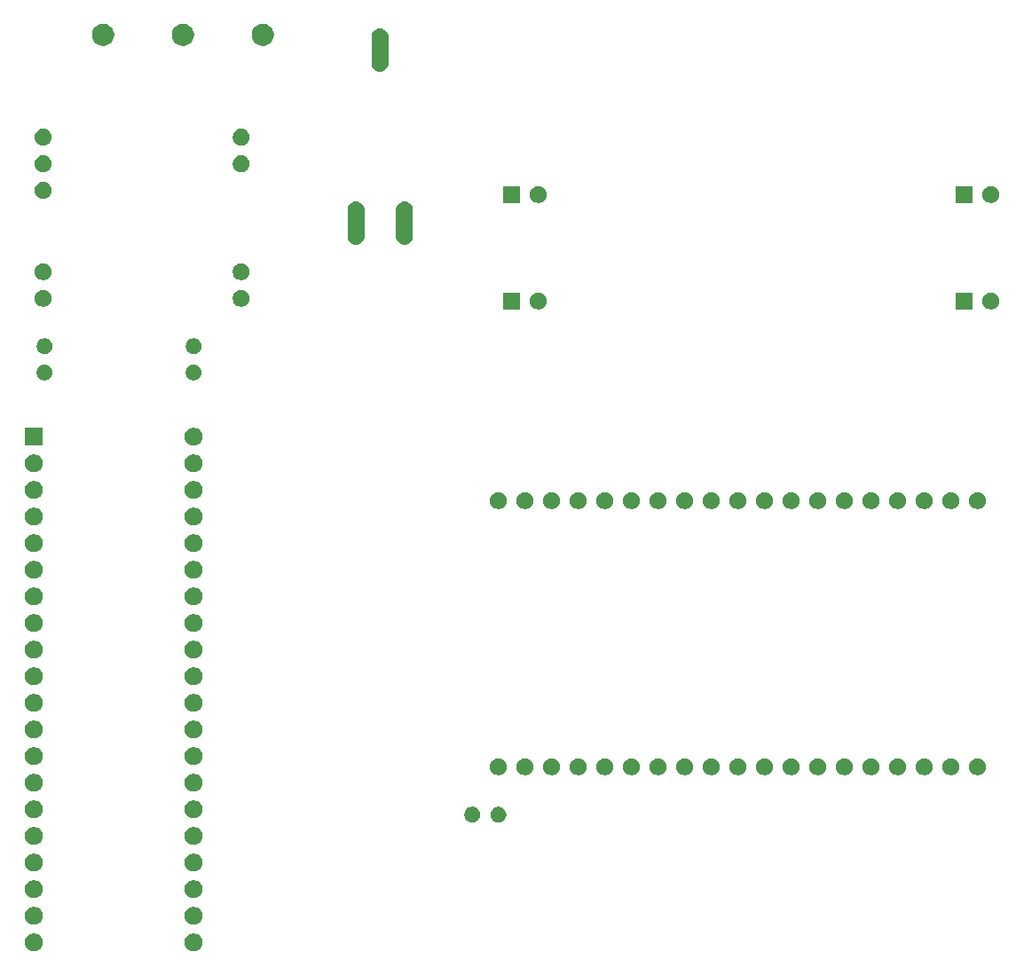
<source format=gbr>
G04 #@! TF.GenerationSoftware,KiCad,Pcbnew,(5.1.5)-3*
G04 #@! TF.CreationDate,2020-04-22T13:27:11+02:00*
G04 #@! TF.ProjectId,esp32_ym2149,65737033-325f-4796-9d32-3134392e6b69,rev?*
G04 #@! TF.SameCoordinates,Original*
G04 #@! TF.FileFunction,Soldermask,Bot*
G04 #@! TF.FilePolarity,Negative*
%FSLAX46Y46*%
G04 Gerber Fmt 4.6, Leading zero omitted, Abs format (unit mm)*
G04 Created by KiCad (PCBNEW (5.1.5)-3) date 2020-04-22 13:27:11*
%MOMM*%
%LPD*%
G04 APERTURE LIST*
%ADD10C,0.100000*%
G04 APERTURE END LIST*
D10*
G36*
X133852228Y-127705703D02*
G01*
X134007100Y-127769853D01*
X134146481Y-127862985D01*
X134265015Y-127981519D01*
X134358147Y-128120900D01*
X134422297Y-128275772D01*
X134455000Y-128440184D01*
X134455000Y-128607816D01*
X134422297Y-128772228D01*
X134358147Y-128927100D01*
X134265015Y-129066481D01*
X134146481Y-129185015D01*
X134007100Y-129278147D01*
X133852228Y-129342297D01*
X133687816Y-129375000D01*
X133520184Y-129375000D01*
X133355772Y-129342297D01*
X133200900Y-129278147D01*
X133061519Y-129185015D01*
X132942985Y-129066481D01*
X132849853Y-128927100D01*
X132785703Y-128772228D01*
X132753000Y-128607816D01*
X132753000Y-128440184D01*
X132785703Y-128275772D01*
X132849853Y-128120900D01*
X132942985Y-127981519D01*
X133061519Y-127862985D01*
X133200900Y-127769853D01*
X133355772Y-127705703D01*
X133520184Y-127673000D01*
X133687816Y-127673000D01*
X133852228Y-127705703D01*
G37*
G36*
X118612228Y-127705703D02*
G01*
X118767100Y-127769853D01*
X118906481Y-127862985D01*
X119025015Y-127981519D01*
X119118147Y-128120900D01*
X119182297Y-128275772D01*
X119215000Y-128440184D01*
X119215000Y-128607816D01*
X119182297Y-128772228D01*
X119118147Y-128927100D01*
X119025015Y-129066481D01*
X118906481Y-129185015D01*
X118767100Y-129278147D01*
X118612228Y-129342297D01*
X118447816Y-129375000D01*
X118280184Y-129375000D01*
X118115772Y-129342297D01*
X117960900Y-129278147D01*
X117821519Y-129185015D01*
X117702985Y-129066481D01*
X117609853Y-128927100D01*
X117545703Y-128772228D01*
X117513000Y-128607816D01*
X117513000Y-128440184D01*
X117545703Y-128275772D01*
X117609853Y-128120900D01*
X117702985Y-127981519D01*
X117821519Y-127862985D01*
X117960900Y-127769853D01*
X118115772Y-127705703D01*
X118280184Y-127673000D01*
X118447816Y-127673000D01*
X118612228Y-127705703D01*
G37*
G36*
X118612228Y-125165703D02*
G01*
X118767100Y-125229853D01*
X118906481Y-125322985D01*
X119025015Y-125441519D01*
X119118147Y-125580900D01*
X119182297Y-125735772D01*
X119215000Y-125900184D01*
X119215000Y-126067816D01*
X119182297Y-126232228D01*
X119118147Y-126387100D01*
X119025015Y-126526481D01*
X118906481Y-126645015D01*
X118767100Y-126738147D01*
X118612228Y-126802297D01*
X118447816Y-126835000D01*
X118280184Y-126835000D01*
X118115772Y-126802297D01*
X117960900Y-126738147D01*
X117821519Y-126645015D01*
X117702985Y-126526481D01*
X117609853Y-126387100D01*
X117545703Y-126232228D01*
X117513000Y-126067816D01*
X117513000Y-125900184D01*
X117545703Y-125735772D01*
X117609853Y-125580900D01*
X117702985Y-125441519D01*
X117821519Y-125322985D01*
X117960900Y-125229853D01*
X118115772Y-125165703D01*
X118280184Y-125133000D01*
X118447816Y-125133000D01*
X118612228Y-125165703D01*
G37*
G36*
X133852228Y-125165703D02*
G01*
X134007100Y-125229853D01*
X134146481Y-125322985D01*
X134265015Y-125441519D01*
X134358147Y-125580900D01*
X134422297Y-125735772D01*
X134455000Y-125900184D01*
X134455000Y-126067816D01*
X134422297Y-126232228D01*
X134358147Y-126387100D01*
X134265015Y-126526481D01*
X134146481Y-126645015D01*
X134007100Y-126738147D01*
X133852228Y-126802297D01*
X133687816Y-126835000D01*
X133520184Y-126835000D01*
X133355772Y-126802297D01*
X133200900Y-126738147D01*
X133061519Y-126645015D01*
X132942985Y-126526481D01*
X132849853Y-126387100D01*
X132785703Y-126232228D01*
X132753000Y-126067816D01*
X132753000Y-125900184D01*
X132785703Y-125735772D01*
X132849853Y-125580900D01*
X132942985Y-125441519D01*
X133061519Y-125322985D01*
X133200900Y-125229853D01*
X133355772Y-125165703D01*
X133520184Y-125133000D01*
X133687816Y-125133000D01*
X133852228Y-125165703D01*
G37*
G36*
X118612228Y-122625703D02*
G01*
X118767100Y-122689853D01*
X118906481Y-122782985D01*
X119025015Y-122901519D01*
X119118147Y-123040900D01*
X119182297Y-123195772D01*
X119215000Y-123360184D01*
X119215000Y-123527816D01*
X119182297Y-123692228D01*
X119118147Y-123847100D01*
X119025015Y-123986481D01*
X118906481Y-124105015D01*
X118767100Y-124198147D01*
X118612228Y-124262297D01*
X118447816Y-124295000D01*
X118280184Y-124295000D01*
X118115772Y-124262297D01*
X117960900Y-124198147D01*
X117821519Y-124105015D01*
X117702985Y-123986481D01*
X117609853Y-123847100D01*
X117545703Y-123692228D01*
X117513000Y-123527816D01*
X117513000Y-123360184D01*
X117545703Y-123195772D01*
X117609853Y-123040900D01*
X117702985Y-122901519D01*
X117821519Y-122782985D01*
X117960900Y-122689853D01*
X118115772Y-122625703D01*
X118280184Y-122593000D01*
X118447816Y-122593000D01*
X118612228Y-122625703D01*
G37*
G36*
X133852228Y-122625703D02*
G01*
X134007100Y-122689853D01*
X134146481Y-122782985D01*
X134265015Y-122901519D01*
X134358147Y-123040900D01*
X134422297Y-123195772D01*
X134455000Y-123360184D01*
X134455000Y-123527816D01*
X134422297Y-123692228D01*
X134358147Y-123847100D01*
X134265015Y-123986481D01*
X134146481Y-124105015D01*
X134007100Y-124198147D01*
X133852228Y-124262297D01*
X133687816Y-124295000D01*
X133520184Y-124295000D01*
X133355772Y-124262297D01*
X133200900Y-124198147D01*
X133061519Y-124105015D01*
X132942985Y-123986481D01*
X132849853Y-123847100D01*
X132785703Y-123692228D01*
X132753000Y-123527816D01*
X132753000Y-123360184D01*
X132785703Y-123195772D01*
X132849853Y-123040900D01*
X132942985Y-122901519D01*
X133061519Y-122782985D01*
X133200900Y-122689853D01*
X133355772Y-122625703D01*
X133520184Y-122593000D01*
X133687816Y-122593000D01*
X133852228Y-122625703D01*
G37*
G36*
X133852228Y-120085703D02*
G01*
X134007100Y-120149853D01*
X134146481Y-120242985D01*
X134265015Y-120361519D01*
X134358147Y-120500900D01*
X134422297Y-120655772D01*
X134455000Y-120820184D01*
X134455000Y-120987816D01*
X134422297Y-121152228D01*
X134358147Y-121307100D01*
X134265015Y-121446481D01*
X134146481Y-121565015D01*
X134007100Y-121658147D01*
X133852228Y-121722297D01*
X133687816Y-121755000D01*
X133520184Y-121755000D01*
X133355772Y-121722297D01*
X133200900Y-121658147D01*
X133061519Y-121565015D01*
X132942985Y-121446481D01*
X132849853Y-121307100D01*
X132785703Y-121152228D01*
X132753000Y-120987816D01*
X132753000Y-120820184D01*
X132785703Y-120655772D01*
X132849853Y-120500900D01*
X132942985Y-120361519D01*
X133061519Y-120242985D01*
X133200900Y-120149853D01*
X133355772Y-120085703D01*
X133520184Y-120053000D01*
X133687816Y-120053000D01*
X133852228Y-120085703D01*
G37*
G36*
X118612228Y-120085703D02*
G01*
X118767100Y-120149853D01*
X118906481Y-120242985D01*
X119025015Y-120361519D01*
X119118147Y-120500900D01*
X119182297Y-120655772D01*
X119215000Y-120820184D01*
X119215000Y-120987816D01*
X119182297Y-121152228D01*
X119118147Y-121307100D01*
X119025015Y-121446481D01*
X118906481Y-121565015D01*
X118767100Y-121658147D01*
X118612228Y-121722297D01*
X118447816Y-121755000D01*
X118280184Y-121755000D01*
X118115772Y-121722297D01*
X117960900Y-121658147D01*
X117821519Y-121565015D01*
X117702985Y-121446481D01*
X117609853Y-121307100D01*
X117545703Y-121152228D01*
X117513000Y-120987816D01*
X117513000Y-120820184D01*
X117545703Y-120655772D01*
X117609853Y-120500900D01*
X117702985Y-120361519D01*
X117821519Y-120242985D01*
X117960900Y-120149853D01*
X118115772Y-120085703D01*
X118280184Y-120053000D01*
X118447816Y-120053000D01*
X118612228Y-120085703D01*
G37*
G36*
X133852228Y-117545703D02*
G01*
X134007100Y-117609853D01*
X134146481Y-117702985D01*
X134265015Y-117821519D01*
X134358147Y-117960900D01*
X134422297Y-118115772D01*
X134455000Y-118280184D01*
X134455000Y-118447816D01*
X134422297Y-118612228D01*
X134358147Y-118767100D01*
X134265015Y-118906481D01*
X134146481Y-119025015D01*
X134007100Y-119118147D01*
X133852228Y-119182297D01*
X133687816Y-119215000D01*
X133520184Y-119215000D01*
X133355772Y-119182297D01*
X133200900Y-119118147D01*
X133061519Y-119025015D01*
X132942985Y-118906481D01*
X132849853Y-118767100D01*
X132785703Y-118612228D01*
X132753000Y-118447816D01*
X132753000Y-118280184D01*
X132785703Y-118115772D01*
X132849853Y-117960900D01*
X132942985Y-117821519D01*
X133061519Y-117702985D01*
X133200900Y-117609853D01*
X133355772Y-117545703D01*
X133520184Y-117513000D01*
X133687816Y-117513000D01*
X133852228Y-117545703D01*
G37*
G36*
X118612228Y-117545703D02*
G01*
X118767100Y-117609853D01*
X118906481Y-117702985D01*
X119025015Y-117821519D01*
X119118147Y-117960900D01*
X119182297Y-118115772D01*
X119215000Y-118280184D01*
X119215000Y-118447816D01*
X119182297Y-118612228D01*
X119118147Y-118767100D01*
X119025015Y-118906481D01*
X118906481Y-119025015D01*
X118767100Y-119118147D01*
X118612228Y-119182297D01*
X118447816Y-119215000D01*
X118280184Y-119215000D01*
X118115772Y-119182297D01*
X117960900Y-119118147D01*
X117821519Y-119025015D01*
X117702985Y-118906481D01*
X117609853Y-118767100D01*
X117545703Y-118612228D01*
X117513000Y-118447816D01*
X117513000Y-118280184D01*
X117545703Y-118115772D01*
X117609853Y-117960900D01*
X117702985Y-117821519D01*
X117821519Y-117702985D01*
X117960900Y-117609853D01*
X118115772Y-117545703D01*
X118280184Y-117513000D01*
X118447816Y-117513000D01*
X118612228Y-117545703D01*
G37*
G36*
X160406059Y-115609860D02*
G01*
X160542732Y-115666472D01*
X160665735Y-115748660D01*
X160770340Y-115853265D01*
X160852528Y-115976268D01*
X160852529Y-115976270D01*
X160909140Y-116112941D01*
X160938000Y-116258033D01*
X160938000Y-116405967D01*
X160909140Y-116551059D01*
X160852528Y-116687732D01*
X160770340Y-116810735D01*
X160665735Y-116915340D01*
X160542732Y-116997528D01*
X160542731Y-116997529D01*
X160542730Y-116997529D01*
X160406059Y-117054140D01*
X160260968Y-117083000D01*
X160113032Y-117083000D01*
X159967941Y-117054140D01*
X159831270Y-116997529D01*
X159831269Y-116997529D01*
X159831268Y-116997528D01*
X159708265Y-116915340D01*
X159603660Y-116810735D01*
X159521472Y-116687732D01*
X159464860Y-116551059D01*
X159436000Y-116405967D01*
X159436000Y-116258033D01*
X159464860Y-116112941D01*
X159521471Y-115976270D01*
X159521472Y-115976268D01*
X159603660Y-115853265D01*
X159708265Y-115748660D01*
X159831268Y-115666472D01*
X159967941Y-115609860D01*
X160113032Y-115581000D01*
X160260968Y-115581000D01*
X160406059Y-115609860D01*
G37*
G36*
X162906059Y-115609860D02*
G01*
X163042732Y-115666472D01*
X163165735Y-115748660D01*
X163270340Y-115853265D01*
X163352528Y-115976268D01*
X163352529Y-115976270D01*
X163409140Y-116112941D01*
X163438000Y-116258033D01*
X163438000Y-116405967D01*
X163409140Y-116551059D01*
X163352528Y-116687732D01*
X163270340Y-116810735D01*
X163165735Y-116915340D01*
X163042732Y-116997528D01*
X163042731Y-116997529D01*
X163042730Y-116997529D01*
X162906059Y-117054140D01*
X162760968Y-117083000D01*
X162613032Y-117083000D01*
X162467941Y-117054140D01*
X162331270Y-116997529D01*
X162331269Y-116997529D01*
X162331268Y-116997528D01*
X162208265Y-116915340D01*
X162103660Y-116810735D01*
X162021472Y-116687732D01*
X161964860Y-116551059D01*
X161936000Y-116405967D01*
X161936000Y-116258033D01*
X161964860Y-116112941D01*
X162021471Y-115976270D01*
X162021472Y-115976268D01*
X162103660Y-115853265D01*
X162208265Y-115748660D01*
X162331268Y-115666472D01*
X162467941Y-115609860D01*
X162613032Y-115581000D01*
X162760968Y-115581000D01*
X162906059Y-115609860D01*
G37*
G36*
X133852228Y-115005703D02*
G01*
X134007100Y-115069853D01*
X134146481Y-115162985D01*
X134265015Y-115281519D01*
X134358147Y-115420900D01*
X134422297Y-115575772D01*
X134455000Y-115740184D01*
X134455000Y-115907816D01*
X134422297Y-116072228D01*
X134358147Y-116227100D01*
X134265015Y-116366481D01*
X134146481Y-116485015D01*
X134007100Y-116578147D01*
X133852228Y-116642297D01*
X133687816Y-116675000D01*
X133520184Y-116675000D01*
X133355772Y-116642297D01*
X133200900Y-116578147D01*
X133061519Y-116485015D01*
X132942985Y-116366481D01*
X132849853Y-116227100D01*
X132785703Y-116072228D01*
X132753000Y-115907816D01*
X132753000Y-115740184D01*
X132785703Y-115575772D01*
X132849853Y-115420900D01*
X132942985Y-115281519D01*
X133061519Y-115162985D01*
X133200900Y-115069853D01*
X133355772Y-115005703D01*
X133520184Y-114973000D01*
X133687816Y-114973000D01*
X133852228Y-115005703D01*
G37*
G36*
X118612228Y-115005703D02*
G01*
X118767100Y-115069853D01*
X118906481Y-115162985D01*
X119025015Y-115281519D01*
X119118147Y-115420900D01*
X119182297Y-115575772D01*
X119215000Y-115740184D01*
X119215000Y-115907816D01*
X119182297Y-116072228D01*
X119118147Y-116227100D01*
X119025015Y-116366481D01*
X118906481Y-116485015D01*
X118767100Y-116578147D01*
X118612228Y-116642297D01*
X118447816Y-116675000D01*
X118280184Y-116675000D01*
X118115772Y-116642297D01*
X117960900Y-116578147D01*
X117821519Y-116485015D01*
X117702985Y-116366481D01*
X117609853Y-116227100D01*
X117545703Y-116072228D01*
X117513000Y-115907816D01*
X117513000Y-115740184D01*
X117545703Y-115575772D01*
X117609853Y-115420900D01*
X117702985Y-115281519D01*
X117821519Y-115162985D01*
X117960900Y-115069853D01*
X118115772Y-115005703D01*
X118280184Y-114973000D01*
X118447816Y-114973000D01*
X118612228Y-115005703D01*
G37*
G36*
X118612228Y-112465703D02*
G01*
X118767100Y-112529853D01*
X118906481Y-112622985D01*
X119025015Y-112741519D01*
X119118147Y-112880900D01*
X119182297Y-113035772D01*
X119215000Y-113200184D01*
X119215000Y-113367816D01*
X119182297Y-113532228D01*
X119118147Y-113687100D01*
X119025015Y-113826481D01*
X118906481Y-113945015D01*
X118767100Y-114038147D01*
X118612228Y-114102297D01*
X118447816Y-114135000D01*
X118280184Y-114135000D01*
X118115772Y-114102297D01*
X117960900Y-114038147D01*
X117821519Y-113945015D01*
X117702985Y-113826481D01*
X117609853Y-113687100D01*
X117545703Y-113532228D01*
X117513000Y-113367816D01*
X117513000Y-113200184D01*
X117545703Y-113035772D01*
X117609853Y-112880900D01*
X117702985Y-112741519D01*
X117821519Y-112622985D01*
X117960900Y-112529853D01*
X118115772Y-112465703D01*
X118280184Y-112433000D01*
X118447816Y-112433000D01*
X118612228Y-112465703D01*
G37*
G36*
X133852228Y-112465703D02*
G01*
X134007100Y-112529853D01*
X134146481Y-112622985D01*
X134265015Y-112741519D01*
X134358147Y-112880900D01*
X134422297Y-113035772D01*
X134455000Y-113200184D01*
X134455000Y-113367816D01*
X134422297Y-113532228D01*
X134358147Y-113687100D01*
X134265015Y-113826481D01*
X134146481Y-113945015D01*
X134007100Y-114038147D01*
X133852228Y-114102297D01*
X133687816Y-114135000D01*
X133520184Y-114135000D01*
X133355772Y-114102297D01*
X133200900Y-114038147D01*
X133061519Y-113945015D01*
X132942985Y-113826481D01*
X132849853Y-113687100D01*
X132785703Y-113532228D01*
X132753000Y-113367816D01*
X132753000Y-113200184D01*
X132785703Y-113035772D01*
X132849853Y-112880900D01*
X132942985Y-112741519D01*
X133061519Y-112622985D01*
X133200900Y-112529853D01*
X133355772Y-112465703D01*
X133520184Y-112433000D01*
X133687816Y-112433000D01*
X133852228Y-112465703D01*
G37*
G36*
X175624142Y-110978242D02*
G01*
X175772101Y-111039529D01*
X175905255Y-111128499D01*
X176018501Y-111241745D01*
X176107471Y-111374899D01*
X176168758Y-111522858D01*
X176200000Y-111679925D01*
X176200000Y-111840075D01*
X176168758Y-111997142D01*
X176107471Y-112145101D01*
X176018501Y-112278255D01*
X175905255Y-112391501D01*
X175772101Y-112480471D01*
X175624142Y-112541758D01*
X175467075Y-112573000D01*
X175306925Y-112573000D01*
X175149858Y-112541758D01*
X175001899Y-112480471D01*
X174868745Y-112391501D01*
X174755499Y-112278255D01*
X174666529Y-112145101D01*
X174605242Y-111997142D01*
X174574000Y-111840075D01*
X174574000Y-111679925D01*
X174605242Y-111522858D01*
X174666529Y-111374899D01*
X174755499Y-111241745D01*
X174868745Y-111128499D01*
X175001899Y-111039529D01*
X175149858Y-110978242D01*
X175306925Y-110947000D01*
X175467075Y-110947000D01*
X175624142Y-110978242D01*
G37*
G36*
X193404142Y-110978242D02*
G01*
X193552101Y-111039529D01*
X193685255Y-111128499D01*
X193798501Y-111241745D01*
X193887471Y-111374899D01*
X193948758Y-111522858D01*
X193980000Y-111679925D01*
X193980000Y-111840075D01*
X193948758Y-111997142D01*
X193887471Y-112145101D01*
X193798501Y-112278255D01*
X193685255Y-112391501D01*
X193552101Y-112480471D01*
X193404142Y-112541758D01*
X193247075Y-112573000D01*
X193086925Y-112573000D01*
X192929858Y-112541758D01*
X192781899Y-112480471D01*
X192648745Y-112391501D01*
X192535499Y-112278255D01*
X192446529Y-112145101D01*
X192385242Y-111997142D01*
X192354000Y-111840075D01*
X192354000Y-111679925D01*
X192385242Y-111522858D01*
X192446529Y-111374899D01*
X192535499Y-111241745D01*
X192648745Y-111128499D01*
X192781899Y-111039529D01*
X192929858Y-110978242D01*
X193086925Y-110947000D01*
X193247075Y-110947000D01*
X193404142Y-110978242D01*
G37*
G36*
X188324142Y-110978242D02*
G01*
X188472101Y-111039529D01*
X188605255Y-111128499D01*
X188718501Y-111241745D01*
X188807471Y-111374899D01*
X188868758Y-111522858D01*
X188900000Y-111679925D01*
X188900000Y-111840075D01*
X188868758Y-111997142D01*
X188807471Y-112145101D01*
X188718501Y-112278255D01*
X188605255Y-112391501D01*
X188472101Y-112480471D01*
X188324142Y-112541758D01*
X188167075Y-112573000D01*
X188006925Y-112573000D01*
X187849858Y-112541758D01*
X187701899Y-112480471D01*
X187568745Y-112391501D01*
X187455499Y-112278255D01*
X187366529Y-112145101D01*
X187305242Y-111997142D01*
X187274000Y-111840075D01*
X187274000Y-111679925D01*
X187305242Y-111522858D01*
X187366529Y-111374899D01*
X187455499Y-111241745D01*
X187568745Y-111128499D01*
X187701899Y-111039529D01*
X187849858Y-110978242D01*
X188006925Y-110947000D01*
X188167075Y-110947000D01*
X188324142Y-110978242D01*
G37*
G36*
X185784142Y-110978242D02*
G01*
X185932101Y-111039529D01*
X186065255Y-111128499D01*
X186178501Y-111241745D01*
X186267471Y-111374899D01*
X186328758Y-111522858D01*
X186360000Y-111679925D01*
X186360000Y-111840075D01*
X186328758Y-111997142D01*
X186267471Y-112145101D01*
X186178501Y-112278255D01*
X186065255Y-112391501D01*
X185932101Y-112480471D01*
X185784142Y-112541758D01*
X185627075Y-112573000D01*
X185466925Y-112573000D01*
X185309858Y-112541758D01*
X185161899Y-112480471D01*
X185028745Y-112391501D01*
X184915499Y-112278255D01*
X184826529Y-112145101D01*
X184765242Y-111997142D01*
X184734000Y-111840075D01*
X184734000Y-111679925D01*
X184765242Y-111522858D01*
X184826529Y-111374899D01*
X184915499Y-111241745D01*
X185028745Y-111128499D01*
X185161899Y-111039529D01*
X185309858Y-110978242D01*
X185466925Y-110947000D01*
X185627075Y-110947000D01*
X185784142Y-110978242D01*
G37*
G36*
X183244142Y-110978242D02*
G01*
X183392101Y-111039529D01*
X183525255Y-111128499D01*
X183638501Y-111241745D01*
X183727471Y-111374899D01*
X183788758Y-111522858D01*
X183820000Y-111679925D01*
X183820000Y-111840075D01*
X183788758Y-111997142D01*
X183727471Y-112145101D01*
X183638501Y-112278255D01*
X183525255Y-112391501D01*
X183392101Y-112480471D01*
X183244142Y-112541758D01*
X183087075Y-112573000D01*
X182926925Y-112573000D01*
X182769858Y-112541758D01*
X182621899Y-112480471D01*
X182488745Y-112391501D01*
X182375499Y-112278255D01*
X182286529Y-112145101D01*
X182225242Y-111997142D01*
X182194000Y-111840075D01*
X182194000Y-111679925D01*
X182225242Y-111522858D01*
X182286529Y-111374899D01*
X182375499Y-111241745D01*
X182488745Y-111128499D01*
X182621899Y-111039529D01*
X182769858Y-110978242D01*
X182926925Y-110947000D01*
X183087075Y-110947000D01*
X183244142Y-110978242D01*
G37*
G36*
X180704142Y-110978242D02*
G01*
X180852101Y-111039529D01*
X180985255Y-111128499D01*
X181098501Y-111241745D01*
X181187471Y-111374899D01*
X181248758Y-111522858D01*
X181280000Y-111679925D01*
X181280000Y-111840075D01*
X181248758Y-111997142D01*
X181187471Y-112145101D01*
X181098501Y-112278255D01*
X180985255Y-112391501D01*
X180852101Y-112480471D01*
X180704142Y-112541758D01*
X180547075Y-112573000D01*
X180386925Y-112573000D01*
X180229858Y-112541758D01*
X180081899Y-112480471D01*
X179948745Y-112391501D01*
X179835499Y-112278255D01*
X179746529Y-112145101D01*
X179685242Y-111997142D01*
X179654000Y-111840075D01*
X179654000Y-111679925D01*
X179685242Y-111522858D01*
X179746529Y-111374899D01*
X179835499Y-111241745D01*
X179948745Y-111128499D01*
X180081899Y-111039529D01*
X180229858Y-110978242D01*
X180386925Y-110947000D01*
X180547075Y-110947000D01*
X180704142Y-110978242D01*
G37*
G36*
X178164142Y-110978242D02*
G01*
X178312101Y-111039529D01*
X178445255Y-111128499D01*
X178558501Y-111241745D01*
X178647471Y-111374899D01*
X178708758Y-111522858D01*
X178740000Y-111679925D01*
X178740000Y-111840075D01*
X178708758Y-111997142D01*
X178647471Y-112145101D01*
X178558501Y-112278255D01*
X178445255Y-112391501D01*
X178312101Y-112480471D01*
X178164142Y-112541758D01*
X178007075Y-112573000D01*
X177846925Y-112573000D01*
X177689858Y-112541758D01*
X177541899Y-112480471D01*
X177408745Y-112391501D01*
X177295499Y-112278255D01*
X177206529Y-112145101D01*
X177145242Y-111997142D01*
X177114000Y-111840075D01*
X177114000Y-111679925D01*
X177145242Y-111522858D01*
X177206529Y-111374899D01*
X177295499Y-111241745D01*
X177408745Y-111128499D01*
X177541899Y-111039529D01*
X177689858Y-110978242D01*
X177846925Y-110947000D01*
X178007075Y-110947000D01*
X178164142Y-110978242D01*
G37*
G36*
X173084142Y-110978242D02*
G01*
X173232101Y-111039529D01*
X173365255Y-111128499D01*
X173478501Y-111241745D01*
X173567471Y-111374899D01*
X173628758Y-111522858D01*
X173660000Y-111679925D01*
X173660000Y-111840075D01*
X173628758Y-111997142D01*
X173567471Y-112145101D01*
X173478501Y-112278255D01*
X173365255Y-112391501D01*
X173232101Y-112480471D01*
X173084142Y-112541758D01*
X172927075Y-112573000D01*
X172766925Y-112573000D01*
X172609858Y-112541758D01*
X172461899Y-112480471D01*
X172328745Y-112391501D01*
X172215499Y-112278255D01*
X172126529Y-112145101D01*
X172065242Y-111997142D01*
X172034000Y-111840075D01*
X172034000Y-111679925D01*
X172065242Y-111522858D01*
X172126529Y-111374899D01*
X172215499Y-111241745D01*
X172328745Y-111128499D01*
X172461899Y-111039529D01*
X172609858Y-110978242D01*
X172766925Y-110947000D01*
X172927075Y-110947000D01*
X173084142Y-110978242D01*
G37*
G36*
X170544142Y-110978242D02*
G01*
X170692101Y-111039529D01*
X170825255Y-111128499D01*
X170938501Y-111241745D01*
X171027471Y-111374899D01*
X171088758Y-111522858D01*
X171120000Y-111679925D01*
X171120000Y-111840075D01*
X171088758Y-111997142D01*
X171027471Y-112145101D01*
X170938501Y-112278255D01*
X170825255Y-112391501D01*
X170692101Y-112480471D01*
X170544142Y-112541758D01*
X170387075Y-112573000D01*
X170226925Y-112573000D01*
X170069858Y-112541758D01*
X169921899Y-112480471D01*
X169788745Y-112391501D01*
X169675499Y-112278255D01*
X169586529Y-112145101D01*
X169525242Y-111997142D01*
X169494000Y-111840075D01*
X169494000Y-111679925D01*
X169525242Y-111522858D01*
X169586529Y-111374899D01*
X169675499Y-111241745D01*
X169788745Y-111128499D01*
X169921899Y-111039529D01*
X170069858Y-110978242D01*
X170226925Y-110947000D01*
X170387075Y-110947000D01*
X170544142Y-110978242D01*
G37*
G36*
X165464142Y-110978242D02*
G01*
X165612101Y-111039529D01*
X165745255Y-111128499D01*
X165858501Y-111241745D01*
X165947471Y-111374899D01*
X166008758Y-111522858D01*
X166040000Y-111679925D01*
X166040000Y-111840075D01*
X166008758Y-111997142D01*
X165947471Y-112145101D01*
X165858501Y-112278255D01*
X165745255Y-112391501D01*
X165612101Y-112480471D01*
X165464142Y-112541758D01*
X165307075Y-112573000D01*
X165146925Y-112573000D01*
X164989858Y-112541758D01*
X164841899Y-112480471D01*
X164708745Y-112391501D01*
X164595499Y-112278255D01*
X164506529Y-112145101D01*
X164445242Y-111997142D01*
X164414000Y-111840075D01*
X164414000Y-111679925D01*
X164445242Y-111522858D01*
X164506529Y-111374899D01*
X164595499Y-111241745D01*
X164708745Y-111128499D01*
X164841899Y-111039529D01*
X164989858Y-110978242D01*
X165146925Y-110947000D01*
X165307075Y-110947000D01*
X165464142Y-110978242D01*
G37*
G36*
X162924142Y-110978242D02*
G01*
X163072101Y-111039529D01*
X163205255Y-111128499D01*
X163318501Y-111241745D01*
X163407471Y-111374899D01*
X163468758Y-111522858D01*
X163500000Y-111679925D01*
X163500000Y-111840075D01*
X163468758Y-111997142D01*
X163407471Y-112145101D01*
X163318501Y-112278255D01*
X163205255Y-112391501D01*
X163072101Y-112480471D01*
X162924142Y-112541758D01*
X162767075Y-112573000D01*
X162606925Y-112573000D01*
X162449858Y-112541758D01*
X162301899Y-112480471D01*
X162168745Y-112391501D01*
X162055499Y-112278255D01*
X161966529Y-112145101D01*
X161905242Y-111997142D01*
X161874000Y-111840075D01*
X161874000Y-111679925D01*
X161905242Y-111522858D01*
X161966529Y-111374899D01*
X162055499Y-111241745D01*
X162168745Y-111128499D01*
X162301899Y-111039529D01*
X162449858Y-110978242D01*
X162606925Y-110947000D01*
X162767075Y-110947000D01*
X162924142Y-110978242D01*
G37*
G36*
X190864142Y-110978242D02*
G01*
X191012101Y-111039529D01*
X191145255Y-111128499D01*
X191258501Y-111241745D01*
X191347471Y-111374899D01*
X191408758Y-111522858D01*
X191440000Y-111679925D01*
X191440000Y-111840075D01*
X191408758Y-111997142D01*
X191347471Y-112145101D01*
X191258501Y-112278255D01*
X191145255Y-112391501D01*
X191012101Y-112480471D01*
X190864142Y-112541758D01*
X190707075Y-112573000D01*
X190546925Y-112573000D01*
X190389858Y-112541758D01*
X190241899Y-112480471D01*
X190108745Y-112391501D01*
X189995499Y-112278255D01*
X189906529Y-112145101D01*
X189845242Y-111997142D01*
X189814000Y-111840075D01*
X189814000Y-111679925D01*
X189845242Y-111522858D01*
X189906529Y-111374899D01*
X189995499Y-111241745D01*
X190108745Y-111128499D01*
X190241899Y-111039529D01*
X190389858Y-110978242D01*
X190546925Y-110947000D01*
X190707075Y-110947000D01*
X190864142Y-110978242D01*
G37*
G36*
X206104142Y-110978242D02*
G01*
X206252101Y-111039529D01*
X206385255Y-111128499D01*
X206498501Y-111241745D01*
X206587471Y-111374899D01*
X206648758Y-111522858D01*
X206680000Y-111679925D01*
X206680000Y-111840075D01*
X206648758Y-111997142D01*
X206587471Y-112145101D01*
X206498501Y-112278255D01*
X206385255Y-112391501D01*
X206252101Y-112480471D01*
X206104142Y-112541758D01*
X205947075Y-112573000D01*
X205786925Y-112573000D01*
X205629858Y-112541758D01*
X205481899Y-112480471D01*
X205348745Y-112391501D01*
X205235499Y-112278255D01*
X205146529Y-112145101D01*
X205085242Y-111997142D01*
X205054000Y-111840075D01*
X205054000Y-111679925D01*
X205085242Y-111522858D01*
X205146529Y-111374899D01*
X205235499Y-111241745D01*
X205348745Y-111128499D01*
X205481899Y-111039529D01*
X205629858Y-110978242D01*
X205786925Y-110947000D01*
X205947075Y-110947000D01*
X206104142Y-110978242D01*
G37*
G36*
X203564142Y-110978242D02*
G01*
X203712101Y-111039529D01*
X203845255Y-111128499D01*
X203958501Y-111241745D01*
X204047471Y-111374899D01*
X204108758Y-111522858D01*
X204140000Y-111679925D01*
X204140000Y-111840075D01*
X204108758Y-111997142D01*
X204047471Y-112145101D01*
X203958501Y-112278255D01*
X203845255Y-112391501D01*
X203712101Y-112480471D01*
X203564142Y-112541758D01*
X203407075Y-112573000D01*
X203246925Y-112573000D01*
X203089858Y-112541758D01*
X202941899Y-112480471D01*
X202808745Y-112391501D01*
X202695499Y-112278255D01*
X202606529Y-112145101D01*
X202545242Y-111997142D01*
X202514000Y-111840075D01*
X202514000Y-111679925D01*
X202545242Y-111522858D01*
X202606529Y-111374899D01*
X202695499Y-111241745D01*
X202808745Y-111128499D01*
X202941899Y-111039529D01*
X203089858Y-110978242D01*
X203246925Y-110947000D01*
X203407075Y-110947000D01*
X203564142Y-110978242D01*
G37*
G36*
X198484142Y-110978242D02*
G01*
X198632101Y-111039529D01*
X198765255Y-111128499D01*
X198878501Y-111241745D01*
X198967471Y-111374899D01*
X199028758Y-111522858D01*
X199060000Y-111679925D01*
X199060000Y-111840075D01*
X199028758Y-111997142D01*
X198967471Y-112145101D01*
X198878501Y-112278255D01*
X198765255Y-112391501D01*
X198632101Y-112480471D01*
X198484142Y-112541758D01*
X198327075Y-112573000D01*
X198166925Y-112573000D01*
X198009858Y-112541758D01*
X197861899Y-112480471D01*
X197728745Y-112391501D01*
X197615499Y-112278255D01*
X197526529Y-112145101D01*
X197465242Y-111997142D01*
X197434000Y-111840075D01*
X197434000Y-111679925D01*
X197465242Y-111522858D01*
X197526529Y-111374899D01*
X197615499Y-111241745D01*
X197728745Y-111128499D01*
X197861899Y-111039529D01*
X198009858Y-110978242D01*
X198166925Y-110947000D01*
X198327075Y-110947000D01*
X198484142Y-110978242D01*
G37*
G36*
X195944142Y-110978242D02*
G01*
X196092101Y-111039529D01*
X196225255Y-111128499D01*
X196338501Y-111241745D01*
X196427471Y-111374899D01*
X196488758Y-111522858D01*
X196520000Y-111679925D01*
X196520000Y-111840075D01*
X196488758Y-111997142D01*
X196427471Y-112145101D01*
X196338501Y-112278255D01*
X196225255Y-112391501D01*
X196092101Y-112480471D01*
X195944142Y-112541758D01*
X195787075Y-112573000D01*
X195626925Y-112573000D01*
X195469858Y-112541758D01*
X195321899Y-112480471D01*
X195188745Y-112391501D01*
X195075499Y-112278255D01*
X194986529Y-112145101D01*
X194925242Y-111997142D01*
X194894000Y-111840075D01*
X194894000Y-111679925D01*
X194925242Y-111522858D01*
X194986529Y-111374899D01*
X195075499Y-111241745D01*
X195188745Y-111128499D01*
X195321899Y-111039529D01*
X195469858Y-110978242D01*
X195626925Y-110947000D01*
X195787075Y-110947000D01*
X195944142Y-110978242D01*
G37*
G36*
X208644142Y-110978242D02*
G01*
X208792101Y-111039529D01*
X208925255Y-111128499D01*
X209038501Y-111241745D01*
X209127471Y-111374899D01*
X209188758Y-111522858D01*
X209220000Y-111679925D01*
X209220000Y-111840075D01*
X209188758Y-111997142D01*
X209127471Y-112145101D01*
X209038501Y-112278255D01*
X208925255Y-112391501D01*
X208792101Y-112480471D01*
X208644142Y-112541758D01*
X208487075Y-112573000D01*
X208326925Y-112573000D01*
X208169858Y-112541758D01*
X208021899Y-112480471D01*
X207888745Y-112391501D01*
X207775499Y-112278255D01*
X207686529Y-112145101D01*
X207625242Y-111997142D01*
X207594000Y-111840075D01*
X207594000Y-111679925D01*
X207625242Y-111522858D01*
X207686529Y-111374899D01*
X207775499Y-111241745D01*
X207888745Y-111128499D01*
X208021899Y-111039529D01*
X208169858Y-110978242D01*
X208326925Y-110947000D01*
X208487075Y-110947000D01*
X208644142Y-110978242D01*
G37*
G36*
X201024142Y-110978242D02*
G01*
X201172101Y-111039529D01*
X201305255Y-111128499D01*
X201418501Y-111241745D01*
X201507471Y-111374899D01*
X201568758Y-111522858D01*
X201600000Y-111679925D01*
X201600000Y-111840075D01*
X201568758Y-111997142D01*
X201507471Y-112145101D01*
X201418501Y-112278255D01*
X201305255Y-112391501D01*
X201172101Y-112480471D01*
X201024142Y-112541758D01*
X200867075Y-112573000D01*
X200706925Y-112573000D01*
X200549858Y-112541758D01*
X200401899Y-112480471D01*
X200268745Y-112391501D01*
X200155499Y-112278255D01*
X200066529Y-112145101D01*
X200005242Y-111997142D01*
X199974000Y-111840075D01*
X199974000Y-111679925D01*
X200005242Y-111522858D01*
X200066529Y-111374899D01*
X200155499Y-111241745D01*
X200268745Y-111128499D01*
X200401899Y-111039529D01*
X200549858Y-110978242D01*
X200706925Y-110947000D01*
X200867075Y-110947000D01*
X201024142Y-110978242D01*
G37*
G36*
X168004142Y-110978242D02*
G01*
X168152101Y-111039529D01*
X168285255Y-111128499D01*
X168398501Y-111241745D01*
X168487471Y-111374899D01*
X168548758Y-111522858D01*
X168580000Y-111679925D01*
X168580000Y-111840075D01*
X168548758Y-111997142D01*
X168487471Y-112145101D01*
X168398501Y-112278255D01*
X168285255Y-112391501D01*
X168152101Y-112480471D01*
X168004142Y-112541758D01*
X167847075Y-112573000D01*
X167686925Y-112573000D01*
X167529858Y-112541758D01*
X167381899Y-112480471D01*
X167248745Y-112391501D01*
X167135499Y-112278255D01*
X167046529Y-112145101D01*
X166985242Y-111997142D01*
X166954000Y-111840075D01*
X166954000Y-111679925D01*
X166985242Y-111522858D01*
X167046529Y-111374899D01*
X167135499Y-111241745D01*
X167248745Y-111128499D01*
X167381899Y-111039529D01*
X167529858Y-110978242D01*
X167686925Y-110947000D01*
X167847075Y-110947000D01*
X168004142Y-110978242D01*
G37*
G36*
X118612228Y-109925703D02*
G01*
X118767100Y-109989853D01*
X118906481Y-110082985D01*
X119025015Y-110201519D01*
X119118147Y-110340900D01*
X119182297Y-110495772D01*
X119215000Y-110660184D01*
X119215000Y-110827816D01*
X119182297Y-110992228D01*
X119118147Y-111147100D01*
X119025015Y-111286481D01*
X118906481Y-111405015D01*
X118767100Y-111498147D01*
X118612228Y-111562297D01*
X118447816Y-111595000D01*
X118280184Y-111595000D01*
X118115772Y-111562297D01*
X117960900Y-111498147D01*
X117821519Y-111405015D01*
X117702985Y-111286481D01*
X117609853Y-111147100D01*
X117545703Y-110992228D01*
X117513000Y-110827816D01*
X117513000Y-110660184D01*
X117545703Y-110495772D01*
X117609853Y-110340900D01*
X117702985Y-110201519D01*
X117821519Y-110082985D01*
X117960900Y-109989853D01*
X118115772Y-109925703D01*
X118280184Y-109893000D01*
X118447816Y-109893000D01*
X118612228Y-109925703D01*
G37*
G36*
X133852228Y-109925703D02*
G01*
X134007100Y-109989853D01*
X134146481Y-110082985D01*
X134265015Y-110201519D01*
X134358147Y-110340900D01*
X134422297Y-110495772D01*
X134455000Y-110660184D01*
X134455000Y-110827816D01*
X134422297Y-110992228D01*
X134358147Y-111147100D01*
X134265015Y-111286481D01*
X134146481Y-111405015D01*
X134007100Y-111498147D01*
X133852228Y-111562297D01*
X133687816Y-111595000D01*
X133520184Y-111595000D01*
X133355772Y-111562297D01*
X133200900Y-111498147D01*
X133061519Y-111405015D01*
X132942985Y-111286481D01*
X132849853Y-111147100D01*
X132785703Y-110992228D01*
X132753000Y-110827816D01*
X132753000Y-110660184D01*
X132785703Y-110495772D01*
X132849853Y-110340900D01*
X132942985Y-110201519D01*
X133061519Y-110082985D01*
X133200900Y-109989853D01*
X133355772Y-109925703D01*
X133520184Y-109893000D01*
X133687816Y-109893000D01*
X133852228Y-109925703D01*
G37*
G36*
X118612228Y-107385703D02*
G01*
X118767100Y-107449853D01*
X118906481Y-107542985D01*
X119025015Y-107661519D01*
X119118147Y-107800900D01*
X119182297Y-107955772D01*
X119215000Y-108120184D01*
X119215000Y-108287816D01*
X119182297Y-108452228D01*
X119118147Y-108607100D01*
X119025015Y-108746481D01*
X118906481Y-108865015D01*
X118767100Y-108958147D01*
X118612228Y-109022297D01*
X118447816Y-109055000D01*
X118280184Y-109055000D01*
X118115772Y-109022297D01*
X117960900Y-108958147D01*
X117821519Y-108865015D01*
X117702985Y-108746481D01*
X117609853Y-108607100D01*
X117545703Y-108452228D01*
X117513000Y-108287816D01*
X117513000Y-108120184D01*
X117545703Y-107955772D01*
X117609853Y-107800900D01*
X117702985Y-107661519D01*
X117821519Y-107542985D01*
X117960900Y-107449853D01*
X118115772Y-107385703D01*
X118280184Y-107353000D01*
X118447816Y-107353000D01*
X118612228Y-107385703D01*
G37*
G36*
X133852228Y-107385703D02*
G01*
X134007100Y-107449853D01*
X134146481Y-107542985D01*
X134265015Y-107661519D01*
X134358147Y-107800900D01*
X134422297Y-107955772D01*
X134455000Y-108120184D01*
X134455000Y-108287816D01*
X134422297Y-108452228D01*
X134358147Y-108607100D01*
X134265015Y-108746481D01*
X134146481Y-108865015D01*
X134007100Y-108958147D01*
X133852228Y-109022297D01*
X133687816Y-109055000D01*
X133520184Y-109055000D01*
X133355772Y-109022297D01*
X133200900Y-108958147D01*
X133061519Y-108865015D01*
X132942985Y-108746481D01*
X132849853Y-108607100D01*
X132785703Y-108452228D01*
X132753000Y-108287816D01*
X132753000Y-108120184D01*
X132785703Y-107955772D01*
X132849853Y-107800900D01*
X132942985Y-107661519D01*
X133061519Y-107542985D01*
X133200900Y-107449853D01*
X133355772Y-107385703D01*
X133520184Y-107353000D01*
X133687816Y-107353000D01*
X133852228Y-107385703D01*
G37*
G36*
X118612228Y-104845703D02*
G01*
X118767100Y-104909853D01*
X118906481Y-105002985D01*
X119025015Y-105121519D01*
X119118147Y-105260900D01*
X119182297Y-105415772D01*
X119215000Y-105580184D01*
X119215000Y-105747816D01*
X119182297Y-105912228D01*
X119118147Y-106067100D01*
X119025015Y-106206481D01*
X118906481Y-106325015D01*
X118767100Y-106418147D01*
X118612228Y-106482297D01*
X118447816Y-106515000D01*
X118280184Y-106515000D01*
X118115772Y-106482297D01*
X117960900Y-106418147D01*
X117821519Y-106325015D01*
X117702985Y-106206481D01*
X117609853Y-106067100D01*
X117545703Y-105912228D01*
X117513000Y-105747816D01*
X117513000Y-105580184D01*
X117545703Y-105415772D01*
X117609853Y-105260900D01*
X117702985Y-105121519D01*
X117821519Y-105002985D01*
X117960900Y-104909853D01*
X118115772Y-104845703D01*
X118280184Y-104813000D01*
X118447816Y-104813000D01*
X118612228Y-104845703D01*
G37*
G36*
X133852228Y-104845703D02*
G01*
X134007100Y-104909853D01*
X134146481Y-105002985D01*
X134265015Y-105121519D01*
X134358147Y-105260900D01*
X134422297Y-105415772D01*
X134455000Y-105580184D01*
X134455000Y-105747816D01*
X134422297Y-105912228D01*
X134358147Y-106067100D01*
X134265015Y-106206481D01*
X134146481Y-106325015D01*
X134007100Y-106418147D01*
X133852228Y-106482297D01*
X133687816Y-106515000D01*
X133520184Y-106515000D01*
X133355772Y-106482297D01*
X133200900Y-106418147D01*
X133061519Y-106325015D01*
X132942985Y-106206481D01*
X132849853Y-106067100D01*
X132785703Y-105912228D01*
X132753000Y-105747816D01*
X132753000Y-105580184D01*
X132785703Y-105415772D01*
X132849853Y-105260900D01*
X132942985Y-105121519D01*
X133061519Y-105002985D01*
X133200900Y-104909853D01*
X133355772Y-104845703D01*
X133520184Y-104813000D01*
X133687816Y-104813000D01*
X133852228Y-104845703D01*
G37*
G36*
X133852228Y-102305703D02*
G01*
X134007100Y-102369853D01*
X134146481Y-102462985D01*
X134265015Y-102581519D01*
X134358147Y-102720900D01*
X134422297Y-102875772D01*
X134455000Y-103040184D01*
X134455000Y-103207816D01*
X134422297Y-103372228D01*
X134358147Y-103527100D01*
X134265015Y-103666481D01*
X134146481Y-103785015D01*
X134007100Y-103878147D01*
X133852228Y-103942297D01*
X133687816Y-103975000D01*
X133520184Y-103975000D01*
X133355772Y-103942297D01*
X133200900Y-103878147D01*
X133061519Y-103785015D01*
X132942985Y-103666481D01*
X132849853Y-103527100D01*
X132785703Y-103372228D01*
X132753000Y-103207816D01*
X132753000Y-103040184D01*
X132785703Y-102875772D01*
X132849853Y-102720900D01*
X132942985Y-102581519D01*
X133061519Y-102462985D01*
X133200900Y-102369853D01*
X133355772Y-102305703D01*
X133520184Y-102273000D01*
X133687816Y-102273000D01*
X133852228Y-102305703D01*
G37*
G36*
X118612228Y-102305703D02*
G01*
X118767100Y-102369853D01*
X118906481Y-102462985D01*
X119025015Y-102581519D01*
X119118147Y-102720900D01*
X119182297Y-102875772D01*
X119215000Y-103040184D01*
X119215000Y-103207816D01*
X119182297Y-103372228D01*
X119118147Y-103527100D01*
X119025015Y-103666481D01*
X118906481Y-103785015D01*
X118767100Y-103878147D01*
X118612228Y-103942297D01*
X118447816Y-103975000D01*
X118280184Y-103975000D01*
X118115772Y-103942297D01*
X117960900Y-103878147D01*
X117821519Y-103785015D01*
X117702985Y-103666481D01*
X117609853Y-103527100D01*
X117545703Y-103372228D01*
X117513000Y-103207816D01*
X117513000Y-103040184D01*
X117545703Y-102875772D01*
X117609853Y-102720900D01*
X117702985Y-102581519D01*
X117821519Y-102462985D01*
X117960900Y-102369853D01*
X118115772Y-102305703D01*
X118280184Y-102273000D01*
X118447816Y-102273000D01*
X118612228Y-102305703D01*
G37*
G36*
X133852228Y-99765703D02*
G01*
X134007100Y-99829853D01*
X134146481Y-99922985D01*
X134265015Y-100041519D01*
X134358147Y-100180900D01*
X134422297Y-100335772D01*
X134455000Y-100500184D01*
X134455000Y-100667816D01*
X134422297Y-100832228D01*
X134358147Y-100987100D01*
X134265015Y-101126481D01*
X134146481Y-101245015D01*
X134007100Y-101338147D01*
X133852228Y-101402297D01*
X133687816Y-101435000D01*
X133520184Y-101435000D01*
X133355772Y-101402297D01*
X133200900Y-101338147D01*
X133061519Y-101245015D01*
X132942985Y-101126481D01*
X132849853Y-100987100D01*
X132785703Y-100832228D01*
X132753000Y-100667816D01*
X132753000Y-100500184D01*
X132785703Y-100335772D01*
X132849853Y-100180900D01*
X132942985Y-100041519D01*
X133061519Y-99922985D01*
X133200900Y-99829853D01*
X133355772Y-99765703D01*
X133520184Y-99733000D01*
X133687816Y-99733000D01*
X133852228Y-99765703D01*
G37*
G36*
X118612228Y-99765703D02*
G01*
X118767100Y-99829853D01*
X118906481Y-99922985D01*
X119025015Y-100041519D01*
X119118147Y-100180900D01*
X119182297Y-100335772D01*
X119215000Y-100500184D01*
X119215000Y-100667816D01*
X119182297Y-100832228D01*
X119118147Y-100987100D01*
X119025015Y-101126481D01*
X118906481Y-101245015D01*
X118767100Y-101338147D01*
X118612228Y-101402297D01*
X118447816Y-101435000D01*
X118280184Y-101435000D01*
X118115772Y-101402297D01*
X117960900Y-101338147D01*
X117821519Y-101245015D01*
X117702985Y-101126481D01*
X117609853Y-100987100D01*
X117545703Y-100832228D01*
X117513000Y-100667816D01*
X117513000Y-100500184D01*
X117545703Y-100335772D01*
X117609853Y-100180900D01*
X117702985Y-100041519D01*
X117821519Y-99922985D01*
X117960900Y-99829853D01*
X118115772Y-99765703D01*
X118280184Y-99733000D01*
X118447816Y-99733000D01*
X118612228Y-99765703D01*
G37*
G36*
X133852228Y-97225703D02*
G01*
X134007100Y-97289853D01*
X134146481Y-97382985D01*
X134265015Y-97501519D01*
X134358147Y-97640900D01*
X134422297Y-97795772D01*
X134455000Y-97960184D01*
X134455000Y-98127816D01*
X134422297Y-98292228D01*
X134358147Y-98447100D01*
X134265015Y-98586481D01*
X134146481Y-98705015D01*
X134007100Y-98798147D01*
X133852228Y-98862297D01*
X133687816Y-98895000D01*
X133520184Y-98895000D01*
X133355772Y-98862297D01*
X133200900Y-98798147D01*
X133061519Y-98705015D01*
X132942985Y-98586481D01*
X132849853Y-98447100D01*
X132785703Y-98292228D01*
X132753000Y-98127816D01*
X132753000Y-97960184D01*
X132785703Y-97795772D01*
X132849853Y-97640900D01*
X132942985Y-97501519D01*
X133061519Y-97382985D01*
X133200900Y-97289853D01*
X133355772Y-97225703D01*
X133520184Y-97193000D01*
X133687816Y-97193000D01*
X133852228Y-97225703D01*
G37*
G36*
X118612228Y-97225703D02*
G01*
X118767100Y-97289853D01*
X118906481Y-97382985D01*
X119025015Y-97501519D01*
X119118147Y-97640900D01*
X119182297Y-97795772D01*
X119215000Y-97960184D01*
X119215000Y-98127816D01*
X119182297Y-98292228D01*
X119118147Y-98447100D01*
X119025015Y-98586481D01*
X118906481Y-98705015D01*
X118767100Y-98798147D01*
X118612228Y-98862297D01*
X118447816Y-98895000D01*
X118280184Y-98895000D01*
X118115772Y-98862297D01*
X117960900Y-98798147D01*
X117821519Y-98705015D01*
X117702985Y-98586481D01*
X117609853Y-98447100D01*
X117545703Y-98292228D01*
X117513000Y-98127816D01*
X117513000Y-97960184D01*
X117545703Y-97795772D01*
X117609853Y-97640900D01*
X117702985Y-97501519D01*
X117821519Y-97382985D01*
X117960900Y-97289853D01*
X118115772Y-97225703D01*
X118280184Y-97193000D01*
X118447816Y-97193000D01*
X118612228Y-97225703D01*
G37*
G36*
X118612228Y-94685703D02*
G01*
X118767100Y-94749853D01*
X118906481Y-94842985D01*
X119025015Y-94961519D01*
X119118147Y-95100900D01*
X119182297Y-95255772D01*
X119215000Y-95420184D01*
X119215000Y-95587816D01*
X119182297Y-95752228D01*
X119118147Y-95907100D01*
X119025015Y-96046481D01*
X118906481Y-96165015D01*
X118767100Y-96258147D01*
X118612228Y-96322297D01*
X118447816Y-96355000D01*
X118280184Y-96355000D01*
X118115772Y-96322297D01*
X117960900Y-96258147D01*
X117821519Y-96165015D01*
X117702985Y-96046481D01*
X117609853Y-95907100D01*
X117545703Y-95752228D01*
X117513000Y-95587816D01*
X117513000Y-95420184D01*
X117545703Y-95255772D01*
X117609853Y-95100900D01*
X117702985Y-94961519D01*
X117821519Y-94842985D01*
X117960900Y-94749853D01*
X118115772Y-94685703D01*
X118280184Y-94653000D01*
X118447816Y-94653000D01*
X118612228Y-94685703D01*
G37*
G36*
X133852228Y-94685703D02*
G01*
X134007100Y-94749853D01*
X134146481Y-94842985D01*
X134265015Y-94961519D01*
X134358147Y-95100900D01*
X134422297Y-95255772D01*
X134455000Y-95420184D01*
X134455000Y-95587816D01*
X134422297Y-95752228D01*
X134358147Y-95907100D01*
X134265015Y-96046481D01*
X134146481Y-96165015D01*
X134007100Y-96258147D01*
X133852228Y-96322297D01*
X133687816Y-96355000D01*
X133520184Y-96355000D01*
X133355772Y-96322297D01*
X133200900Y-96258147D01*
X133061519Y-96165015D01*
X132942985Y-96046481D01*
X132849853Y-95907100D01*
X132785703Y-95752228D01*
X132753000Y-95587816D01*
X132753000Y-95420184D01*
X132785703Y-95255772D01*
X132849853Y-95100900D01*
X132942985Y-94961519D01*
X133061519Y-94842985D01*
X133200900Y-94749853D01*
X133355772Y-94685703D01*
X133520184Y-94653000D01*
X133687816Y-94653000D01*
X133852228Y-94685703D01*
G37*
G36*
X118612228Y-92145703D02*
G01*
X118767100Y-92209853D01*
X118906481Y-92302985D01*
X119025015Y-92421519D01*
X119118147Y-92560900D01*
X119182297Y-92715772D01*
X119215000Y-92880184D01*
X119215000Y-93047816D01*
X119182297Y-93212228D01*
X119118147Y-93367100D01*
X119025015Y-93506481D01*
X118906481Y-93625015D01*
X118767100Y-93718147D01*
X118612228Y-93782297D01*
X118447816Y-93815000D01*
X118280184Y-93815000D01*
X118115772Y-93782297D01*
X117960900Y-93718147D01*
X117821519Y-93625015D01*
X117702985Y-93506481D01*
X117609853Y-93367100D01*
X117545703Y-93212228D01*
X117513000Y-93047816D01*
X117513000Y-92880184D01*
X117545703Y-92715772D01*
X117609853Y-92560900D01*
X117702985Y-92421519D01*
X117821519Y-92302985D01*
X117960900Y-92209853D01*
X118115772Y-92145703D01*
X118280184Y-92113000D01*
X118447816Y-92113000D01*
X118612228Y-92145703D01*
G37*
G36*
X133852228Y-92145703D02*
G01*
X134007100Y-92209853D01*
X134146481Y-92302985D01*
X134265015Y-92421519D01*
X134358147Y-92560900D01*
X134422297Y-92715772D01*
X134455000Y-92880184D01*
X134455000Y-93047816D01*
X134422297Y-93212228D01*
X134358147Y-93367100D01*
X134265015Y-93506481D01*
X134146481Y-93625015D01*
X134007100Y-93718147D01*
X133852228Y-93782297D01*
X133687816Y-93815000D01*
X133520184Y-93815000D01*
X133355772Y-93782297D01*
X133200900Y-93718147D01*
X133061519Y-93625015D01*
X132942985Y-93506481D01*
X132849853Y-93367100D01*
X132785703Y-93212228D01*
X132753000Y-93047816D01*
X132753000Y-92880184D01*
X132785703Y-92715772D01*
X132849853Y-92560900D01*
X132942985Y-92421519D01*
X133061519Y-92302985D01*
X133200900Y-92209853D01*
X133355772Y-92145703D01*
X133520184Y-92113000D01*
X133687816Y-92113000D01*
X133852228Y-92145703D01*
G37*
G36*
X118612228Y-89605703D02*
G01*
X118767100Y-89669853D01*
X118906481Y-89762985D01*
X119025015Y-89881519D01*
X119118147Y-90020900D01*
X119182297Y-90175772D01*
X119215000Y-90340184D01*
X119215000Y-90507816D01*
X119182297Y-90672228D01*
X119118147Y-90827100D01*
X119025015Y-90966481D01*
X118906481Y-91085015D01*
X118767100Y-91178147D01*
X118612228Y-91242297D01*
X118447816Y-91275000D01*
X118280184Y-91275000D01*
X118115772Y-91242297D01*
X117960900Y-91178147D01*
X117821519Y-91085015D01*
X117702985Y-90966481D01*
X117609853Y-90827100D01*
X117545703Y-90672228D01*
X117513000Y-90507816D01*
X117513000Y-90340184D01*
X117545703Y-90175772D01*
X117609853Y-90020900D01*
X117702985Y-89881519D01*
X117821519Y-89762985D01*
X117960900Y-89669853D01*
X118115772Y-89605703D01*
X118280184Y-89573000D01*
X118447816Y-89573000D01*
X118612228Y-89605703D01*
G37*
G36*
X133852228Y-89605703D02*
G01*
X134007100Y-89669853D01*
X134146481Y-89762985D01*
X134265015Y-89881519D01*
X134358147Y-90020900D01*
X134422297Y-90175772D01*
X134455000Y-90340184D01*
X134455000Y-90507816D01*
X134422297Y-90672228D01*
X134358147Y-90827100D01*
X134265015Y-90966481D01*
X134146481Y-91085015D01*
X134007100Y-91178147D01*
X133852228Y-91242297D01*
X133687816Y-91275000D01*
X133520184Y-91275000D01*
X133355772Y-91242297D01*
X133200900Y-91178147D01*
X133061519Y-91085015D01*
X132942985Y-90966481D01*
X132849853Y-90827100D01*
X132785703Y-90672228D01*
X132753000Y-90507816D01*
X132753000Y-90340184D01*
X132785703Y-90175772D01*
X132849853Y-90020900D01*
X132942985Y-89881519D01*
X133061519Y-89762985D01*
X133200900Y-89669853D01*
X133355772Y-89605703D01*
X133520184Y-89573000D01*
X133687816Y-89573000D01*
X133852228Y-89605703D01*
G37*
G36*
X133852228Y-87065703D02*
G01*
X134007100Y-87129853D01*
X134146481Y-87222985D01*
X134265015Y-87341519D01*
X134358147Y-87480900D01*
X134422297Y-87635772D01*
X134455000Y-87800184D01*
X134455000Y-87967816D01*
X134422297Y-88132228D01*
X134358147Y-88287100D01*
X134265015Y-88426481D01*
X134146481Y-88545015D01*
X134007100Y-88638147D01*
X133852228Y-88702297D01*
X133687816Y-88735000D01*
X133520184Y-88735000D01*
X133355772Y-88702297D01*
X133200900Y-88638147D01*
X133061519Y-88545015D01*
X132942985Y-88426481D01*
X132849853Y-88287100D01*
X132785703Y-88132228D01*
X132753000Y-87967816D01*
X132753000Y-87800184D01*
X132785703Y-87635772D01*
X132849853Y-87480900D01*
X132942985Y-87341519D01*
X133061519Y-87222985D01*
X133200900Y-87129853D01*
X133355772Y-87065703D01*
X133520184Y-87033000D01*
X133687816Y-87033000D01*
X133852228Y-87065703D01*
G37*
G36*
X118612228Y-87065703D02*
G01*
X118767100Y-87129853D01*
X118906481Y-87222985D01*
X119025015Y-87341519D01*
X119118147Y-87480900D01*
X119182297Y-87635772D01*
X119215000Y-87800184D01*
X119215000Y-87967816D01*
X119182297Y-88132228D01*
X119118147Y-88287100D01*
X119025015Y-88426481D01*
X118906481Y-88545015D01*
X118767100Y-88638147D01*
X118612228Y-88702297D01*
X118447816Y-88735000D01*
X118280184Y-88735000D01*
X118115772Y-88702297D01*
X117960900Y-88638147D01*
X117821519Y-88545015D01*
X117702985Y-88426481D01*
X117609853Y-88287100D01*
X117545703Y-88132228D01*
X117513000Y-87967816D01*
X117513000Y-87800184D01*
X117545703Y-87635772D01*
X117609853Y-87480900D01*
X117702985Y-87341519D01*
X117821519Y-87222985D01*
X117960900Y-87129853D01*
X118115772Y-87065703D01*
X118280184Y-87033000D01*
X118447816Y-87033000D01*
X118612228Y-87065703D01*
G37*
G36*
X198484142Y-85578242D02*
G01*
X198632101Y-85639529D01*
X198765255Y-85728499D01*
X198878501Y-85841745D01*
X198967471Y-85974899D01*
X199028758Y-86122858D01*
X199060000Y-86279925D01*
X199060000Y-86440075D01*
X199028758Y-86597142D01*
X198967471Y-86745101D01*
X198878501Y-86878255D01*
X198765255Y-86991501D01*
X198632101Y-87080471D01*
X198484142Y-87141758D01*
X198327075Y-87173000D01*
X198166925Y-87173000D01*
X198009858Y-87141758D01*
X197861899Y-87080471D01*
X197728745Y-86991501D01*
X197615499Y-86878255D01*
X197526529Y-86745101D01*
X197465242Y-86597142D01*
X197434000Y-86440075D01*
X197434000Y-86279925D01*
X197465242Y-86122858D01*
X197526529Y-85974899D01*
X197615499Y-85841745D01*
X197728745Y-85728499D01*
X197861899Y-85639529D01*
X198009858Y-85578242D01*
X198166925Y-85547000D01*
X198327075Y-85547000D01*
X198484142Y-85578242D01*
G37*
G36*
X162924142Y-85578242D02*
G01*
X163072101Y-85639529D01*
X163205255Y-85728499D01*
X163318501Y-85841745D01*
X163407471Y-85974899D01*
X163468758Y-86122858D01*
X163500000Y-86279925D01*
X163500000Y-86440075D01*
X163468758Y-86597142D01*
X163407471Y-86745101D01*
X163318501Y-86878255D01*
X163205255Y-86991501D01*
X163072101Y-87080471D01*
X162924142Y-87141758D01*
X162767075Y-87173000D01*
X162606925Y-87173000D01*
X162449858Y-87141758D01*
X162301899Y-87080471D01*
X162168745Y-86991501D01*
X162055499Y-86878255D01*
X161966529Y-86745101D01*
X161905242Y-86597142D01*
X161874000Y-86440075D01*
X161874000Y-86279925D01*
X161905242Y-86122858D01*
X161966529Y-85974899D01*
X162055499Y-85841745D01*
X162168745Y-85728499D01*
X162301899Y-85639529D01*
X162449858Y-85578242D01*
X162606925Y-85547000D01*
X162767075Y-85547000D01*
X162924142Y-85578242D01*
G37*
G36*
X165464142Y-85578242D02*
G01*
X165612101Y-85639529D01*
X165745255Y-85728499D01*
X165858501Y-85841745D01*
X165947471Y-85974899D01*
X166008758Y-86122858D01*
X166040000Y-86279925D01*
X166040000Y-86440075D01*
X166008758Y-86597142D01*
X165947471Y-86745101D01*
X165858501Y-86878255D01*
X165745255Y-86991501D01*
X165612101Y-87080471D01*
X165464142Y-87141758D01*
X165307075Y-87173000D01*
X165146925Y-87173000D01*
X164989858Y-87141758D01*
X164841899Y-87080471D01*
X164708745Y-86991501D01*
X164595499Y-86878255D01*
X164506529Y-86745101D01*
X164445242Y-86597142D01*
X164414000Y-86440075D01*
X164414000Y-86279925D01*
X164445242Y-86122858D01*
X164506529Y-85974899D01*
X164595499Y-85841745D01*
X164708745Y-85728499D01*
X164841899Y-85639529D01*
X164989858Y-85578242D01*
X165146925Y-85547000D01*
X165307075Y-85547000D01*
X165464142Y-85578242D01*
G37*
G36*
X208644142Y-85578242D02*
G01*
X208792101Y-85639529D01*
X208925255Y-85728499D01*
X209038501Y-85841745D01*
X209127471Y-85974899D01*
X209188758Y-86122858D01*
X209220000Y-86279925D01*
X209220000Y-86440075D01*
X209188758Y-86597142D01*
X209127471Y-86745101D01*
X209038501Y-86878255D01*
X208925255Y-86991501D01*
X208792101Y-87080471D01*
X208644142Y-87141758D01*
X208487075Y-87173000D01*
X208326925Y-87173000D01*
X208169858Y-87141758D01*
X208021899Y-87080471D01*
X207888745Y-86991501D01*
X207775499Y-86878255D01*
X207686529Y-86745101D01*
X207625242Y-86597142D01*
X207594000Y-86440075D01*
X207594000Y-86279925D01*
X207625242Y-86122858D01*
X207686529Y-85974899D01*
X207775499Y-85841745D01*
X207888745Y-85728499D01*
X208021899Y-85639529D01*
X208169858Y-85578242D01*
X208326925Y-85547000D01*
X208487075Y-85547000D01*
X208644142Y-85578242D01*
G37*
G36*
X206104142Y-85578242D02*
G01*
X206252101Y-85639529D01*
X206385255Y-85728499D01*
X206498501Y-85841745D01*
X206587471Y-85974899D01*
X206648758Y-86122858D01*
X206680000Y-86279925D01*
X206680000Y-86440075D01*
X206648758Y-86597142D01*
X206587471Y-86745101D01*
X206498501Y-86878255D01*
X206385255Y-86991501D01*
X206252101Y-87080471D01*
X206104142Y-87141758D01*
X205947075Y-87173000D01*
X205786925Y-87173000D01*
X205629858Y-87141758D01*
X205481899Y-87080471D01*
X205348745Y-86991501D01*
X205235499Y-86878255D01*
X205146529Y-86745101D01*
X205085242Y-86597142D01*
X205054000Y-86440075D01*
X205054000Y-86279925D01*
X205085242Y-86122858D01*
X205146529Y-85974899D01*
X205235499Y-85841745D01*
X205348745Y-85728499D01*
X205481899Y-85639529D01*
X205629858Y-85578242D01*
X205786925Y-85547000D01*
X205947075Y-85547000D01*
X206104142Y-85578242D01*
G37*
G36*
X203564142Y-85578242D02*
G01*
X203712101Y-85639529D01*
X203845255Y-85728499D01*
X203958501Y-85841745D01*
X204047471Y-85974899D01*
X204108758Y-86122858D01*
X204140000Y-86279925D01*
X204140000Y-86440075D01*
X204108758Y-86597142D01*
X204047471Y-86745101D01*
X203958501Y-86878255D01*
X203845255Y-86991501D01*
X203712101Y-87080471D01*
X203564142Y-87141758D01*
X203407075Y-87173000D01*
X203246925Y-87173000D01*
X203089858Y-87141758D01*
X202941899Y-87080471D01*
X202808745Y-86991501D01*
X202695499Y-86878255D01*
X202606529Y-86745101D01*
X202545242Y-86597142D01*
X202514000Y-86440075D01*
X202514000Y-86279925D01*
X202545242Y-86122858D01*
X202606529Y-85974899D01*
X202695499Y-85841745D01*
X202808745Y-85728499D01*
X202941899Y-85639529D01*
X203089858Y-85578242D01*
X203246925Y-85547000D01*
X203407075Y-85547000D01*
X203564142Y-85578242D01*
G37*
G36*
X201024142Y-85578242D02*
G01*
X201172101Y-85639529D01*
X201305255Y-85728499D01*
X201418501Y-85841745D01*
X201507471Y-85974899D01*
X201568758Y-86122858D01*
X201600000Y-86279925D01*
X201600000Y-86440075D01*
X201568758Y-86597142D01*
X201507471Y-86745101D01*
X201418501Y-86878255D01*
X201305255Y-86991501D01*
X201172101Y-87080471D01*
X201024142Y-87141758D01*
X200867075Y-87173000D01*
X200706925Y-87173000D01*
X200549858Y-87141758D01*
X200401899Y-87080471D01*
X200268745Y-86991501D01*
X200155499Y-86878255D01*
X200066529Y-86745101D01*
X200005242Y-86597142D01*
X199974000Y-86440075D01*
X199974000Y-86279925D01*
X200005242Y-86122858D01*
X200066529Y-85974899D01*
X200155499Y-85841745D01*
X200268745Y-85728499D01*
X200401899Y-85639529D01*
X200549858Y-85578242D01*
X200706925Y-85547000D01*
X200867075Y-85547000D01*
X201024142Y-85578242D01*
G37*
G36*
X195944142Y-85578242D02*
G01*
X196092101Y-85639529D01*
X196225255Y-85728499D01*
X196338501Y-85841745D01*
X196427471Y-85974899D01*
X196488758Y-86122858D01*
X196520000Y-86279925D01*
X196520000Y-86440075D01*
X196488758Y-86597142D01*
X196427471Y-86745101D01*
X196338501Y-86878255D01*
X196225255Y-86991501D01*
X196092101Y-87080471D01*
X195944142Y-87141758D01*
X195787075Y-87173000D01*
X195626925Y-87173000D01*
X195469858Y-87141758D01*
X195321899Y-87080471D01*
X195188745Y-86991501D01*
X195075499Y-86878255D01*
X194986529Y-86745101D01*
X194925242Y-86597142D01*
X194894000Y-86440075D01*
X194894000Y-86279925D01*
X194925242Y-86122858D01*
X194986529Y-85974899D01*
X195075499Y-85841745D01*
X195188745Y-85728499D01*
X195321899Y-85639529D01*
X195469858Y-85578242D01*
X195626925Y-85547000D01*
X195787075Y-85547000D01*
X195944142Y-85578242D01*
G37*
G36*
X193404142Y-85578242D02*
G01*
X193552101Y-85639529D01*
X193685255Y-85728499D01*
X193798501Y-85841745D01*
X193887471Y-85974899D01*
X193948758Y-86122858D01*
X193980000Y-86279925D01*
X193980000Y-86440075D01*
X193948758Y-86597142D01*
X193887471Y-86745101D01*
X193798501Y-86878255D01*
X193685255Y-86991501D01*
X193552101Y-87080471D01*
X193404142Y-87141758D01*
X193247075Y-87173000D01*
X193086925Y-87173000D01*
X192929858Y-87141758D01*
X192781899Y-87080471D01*
X192648745Y-86991501D01*
X192535499Y-86878255D01*
X192446529Y-86745101D01*
X192385242Y-86597142D01*
X192354000Y-86440075D01*
X192354000Y-86279925D01*
X192385242Y-86122858D01*
X192446529Y-85974899D01*
X192535499Y-85841745D01*
X192648745Y-85728499D01*
X192781899Y-85639529D01*
X192929858Y-85578242D01*
X193086925Y-85547000D01*
X193247075Y-85547000D01*
X193404142Y-85578242D01*
G37*
G36*
X170544142Y-85578242D02*
G01*
X170692101Y-85639529D01*
X170825255Y-85728499D01*
X170938501Y-85841745D01*
X171027471Y-85974899D01*
X171088758Y-86122858D01*
X171120000Y-86279925D01*
X171120000Y-86440075D01*
X171088758Y-86597142D01*
X171027471Y-86745101D01*
X170938501Y-86878255D01*
X170825255Y-86991501D01*
X170692101Y-87080471D01*
X170544142Y-87141758D01*
X170387075Y-87173000D01*
X170226925Y-87173000D01*
X170069858Y-87141758D01*
X169921899Y-87080471D01*
X169788745Y-86991501D01*
X169675499Y-86878255D01*
X169586529Y-86745101D01*
X169525242Y-86597142D01*
X169494000Y-86440075D01*
X169494000Y-86279925D01*
X169525242Y-86122858D01*
X169586529Y-85974899D01*
X169675499Y-85841745D01*
X169788745Y-85728499D01*
X169921899Y-85639529D01*
X170069858Y-85578242D01*
X170226925Y-85547000D01*
X170387075Y-85547000D01*
X170544142Y-85578242D01*
G37*
G36*
X185784142Y-85578242D02*
G01*
X185932101Y-85639529D01*
X186065255Y-85728499D01*
X186178501Y-85841745D01*
X186267471Y-85974899D01*
X186328758Y-86122858D01*
X186360000Y-86279925D01*
X186360000Y-86440075D01*
X186328758Y-86597142D01*
X186267471Y-86745101D01*
X186178501Y-86878255D01*
X186065255Y-86991501D01*
X185932101Y-87080471D01*
X185784142Y-87141758D01*
X185627075Y-87173000D01*
X185466925Y-87173000D01*
X185309858Y-87141758D01*
X185161899Y-87080471D01*
X185028745Y-86991501D01*
X184915499Y-86878255D01*
X184826529Y-86745101D01*
X184765242Y-86597142D01*
X184734000Y-86440075D01*
X184734000Y-86279925D01*
X184765242Y-86122858D01*
X184826529Y-85974899D01*
X184915499Y-85841745D01*
X185028745Y-85728499D01*
X185161899Y-85639529D01*
X185309858Y-85578242D01*
X185466925Y-85547000D01*
X185627075Y-85547000D01*
X185784142Y-85578242D01*
G37*
G36*
X168004142Y-85578242D02*
G01*
X168152101Y-85639529D01*
X168285255Y-85728499D01*
X168398501Y-85841745D01*
X168487471Y-85974899D01*
X168548758Y-86122858D01*
X168580000Y-86279925D01*
X168580000Y-86440075D01*
X168548758Y-86597142D01*
X168487471Y-86745101D01*
X168398501Y-86878255D01*
X168285255Y-86991501D01*
X168152101Y-87080471D01*
X168004142Y-87141758D01*
X167847075Y-87173000D01*
X167686925Y-87173000D01*
X167529858Y-87141758D01*
X167381899Y-87080471D01*
X167248745Y-86991501D01*
X167135499Y-86878255D01*
X167046529Y-86745101D01*
X166985242Y-86597142D01*
X166954000Y-86440075D01*
X166954000Y-86279925D01*
X166985242Y-86122858D01*
X167046529Y-85974899D01*
X167135499Y-85841745D01*
X167248745Y-85728499D01*
X167381899Y-85639529D01*
X167529858Y-85578242D01*
X167686925Y-85547000D01*
X167847075Y-85547000D01*
X168004142Y-85578242D01*
G37*
G36*
X190864142Y-85578242D02*
G01*
X191012101Y-85639529D01*
X191145255Y-85728499D01*
X191258501Y-85841745D01*
X191347471Y-85974899D01*
X191408758Y-86122858D01*
X191440000Y-86279925D01*
X191440000Y-86440075D01*
X191408758Y-86597142D01*
X191347471Y-86745101D01*
X191258501Y-86878255D01*
X191145255Y-86991501D01*
X191012101Y-87080471D01*
X190864142Y-87141758D01*
X190707075Y-87173000D01*
X190546925Y-87173000D01*
X190389858Y-87141758D01*
X190241899Y-87080471D01*
X190108745Y-86991501D01*
X189995499Y-86878255D01*
X189906529Y-86745101D01*
X189845242Y-86597142D01*
X189814000Y-86440075D01*
X189814000Y-86279925D01*
X189845242Y-86122858D01*
X189906529Y-85974899D01*
X189995499Y-85841745D01*
X190108745Y-85728499D01*
X190241899Y-85639529D01*
X190389858Y-85578242D01*
X190546925Y-85547000D01*
X190707075Y-85547000D01*
X190864142Y-85578242D01*
G37*
G36*
X173084142Y-85578242D02*
G01*
X173232101Y-85639529D01*
X173365255Y-85728499D01*
X173478501Y-85841745D01*
X173567471Y-85974899D01*
X173628758Y-86122858D01*
X173660000Y-86279925D01*
X173660000Y-86440075D01*
X173628758Y-86597142D01*
X173567471Y-86745101D01*
X173478501Y-86878255D01*
X173365255Y-86991501D01*
X173232101Y-87080471D01*
X173084142Y-87141758D01*
X172927075Y-87173000D01*
X172766925Y-87173000D01*
X172609858Y-87141758D01*
X172461899Y-87080471D01*
X172328745Y-86991501D01*
X172215499Y-86878255D01*
X172126529Y-86745101D01*
X172065242Y-86597142D01*
X172034000Y-86440075D01*
X172034000Y-86279925D01*
X172065242Y-86122858D01*
X172126529Y-85974899D01*
X172215499Y-85841745D01*
X172328745Y-85728499D01*
X172461899Y-85639529D01*
X172609858Y-85578242D01*
X172766925Y-85547000D01*
X172927075Y-85547000D01*
X173084142Y-85578242D01*
G37*
G36*
X175624142Y-85578242D02*
G01*
X175772101Y-85639529D01*
X175905255Y-85728499D01*
X176018501Y-85841745D01*
X176107471Y-85974899D01*
X176168758Y-86122858D01*
X176200000Y-86279925D01*
X176200000Y-86440075D01*
X176168758Y-86597142D01*
X176107471Y-86745101D01*
X176018501Y-86878255D01*
X175905255Y-86991501D01*
X175772101Y-87080471D01*
X175624142Y-87141758D01*
X175467075Y-87173000D01*
X175306925Y-87173000D01*
X175149858Y-87141758D01*
X175001899Y-87080471D01*
X174868745Y-86991501D01*
X174755499Y-86878255D01*
X174666529Y-86745101D01*
X174605242Y-86597142D01*
X174574000Y-86440075D01*
X174574000Y-86279925D01*
X174605242Y-86122858D01*
X174666529Y-85974899D01*
X174755499Y-85841745D01*
X174868745Y-85728499D01*
X175001899Y-85639529D01*
X175149858Y-85578242D01*
X175306925Y-85547000D01*
X175467075Y-85547000D01*
X175624142Y-85578242D01*
G37*
G36*
X178164142Y-85578242D02*
G01*
X178312101Y-85639529D01*
X178445255Y-85728499D01*
X178558501Y-85841745D01*
X178647471Y-85974899D01*
X178708758Y-86122858D01*
X178740000Y-86279925D01*
X178740000Y-86440075D01*
X178708758Y-86597142D01*
X178647471Y-86745101D01*
X178558501Y-86878255D01*
X178445255Y-86991501D01*
X178312101Y-87080471D01*
X178164142Y-87141758D01*
X178007075Y-87173000D01*
X177846925Y-87173000D01*
X177689858Y-87141758D01*
X177541899Y-87080471D01*
X177408745Y-86991501D01*
X177295499Y-86878255D01*
X177206529Y-86745101D01*
X177145242Y-86597142D01*
X177114000Y-86440075D01*
X177114000Y-86279925D01*
X177145242Y-86122858D01*
X177206529Y-85974899D01*
X177295499Y-85841745D01*
X177408745Y-85728499D01*
X177541899Y-85639529D01*
X177689858Y-85578242D01*
X177846925Y-85547000D01*
X178007075Y-85547000D01*
X178164142Y-85578242D01*
G37*
G36*
X180704142Y-85578242D02*
G01*
X180852101Y-85639529D01*
X180985255Y-85728499D01*
X181098501Y-85841745D01*
X181187471Y-85974899D01*
X181248758Y-86122858D01*
X181280000Y-86279925D01*
X181280000Y-86440075D01*
X181248758Y-86597142D01*
X181187471Y-86745101D01*
X181098501Y-86878255D01*
X180985255Y-86991501D01*
X180852101Y-87080471D01*
X180704142Y-87141758D01*
X180547075Y-87173000D01*
X180386925Y-87173000D01*
X180229858Y-87141758D01*
X180081899Y-87080471D01*
X179948745Y-86991501D01*
X179835499Y-86878255D01*
X179746529Y-86745101D01*
X179685242Y-86597142D01*
X179654000Y-86440075D01*
X179654000Y-86279925D01*
X179685242Y-86122858D01*
X179746529Y-85974899D01*
X179835499Y-85841745D01*
X179948745Y-85728499D01*
X180081899Y-85639529D01*
X180229858Y-85578242D01*
X180386925Y-85547000D01*
X180547075Y-85547000D01*
X180704142Y-85578242D01*
G37*
G36*
X183244142Y-85578242D02*
G01*
X183392101Y-85639529D01*
X183525255Y-85728499D01*
X183638501Y-85841745D01*
X183727471Y-85974899D01*
X183788758Y-86122858D01*
X183820000Y-86279925D01*
X183820000Y-86440075D01*
X183788758Y-86597142D01*
X183727471Y-86745101D01*
X183638501Y-86878255D01*
X183525255Y-86991501D01*
X183392101Y-87080471D01*
X183244142Y-87141758D01*
X183087075Y-87173000D01*
X182926925Y-87173000D01*
X182769858Y-87141758D01*
X182621899Y-87080471D01*
X182488745Y-86991501D01*
X182375499Y-86878255D01*
X182286529Y-86745101D01*
X182225242Y-86597142D01*
X182194000Y-86440075D01*
X182194000Y-86279925D01*
X182225242Y-86122858D01*
X182286529Y-85974899D01*
X182375499Y-85841745D01*
X182488745Y-85728499D01*
X182621899Y-85639529D01*
X182769858Y-85578242D01*
X182926925Y-85547000D01*
X183087075Y-85547000D01*
X183244142Y-85578242D01*
G37*
G36*
X188324142Y-85578242D02*
G01*
X188472101Y-85639529D01*
X188605255Y-85728499D01*
X188718501Y-85841745D01*
X188807471Y-85974899D01*
X188868758Y-86122858D01*
X188900000Y-86279925D01*
X188900000Y-86440075D01*
X188868758Y-86597142D01*
X188807471Y-86745101D01*
X188718501Y-86878255D01*
X188605255Y-86991501D01*
X188472101Y-87080471D01*
X188324142Y-87141758D01*
X188167075Y-87173000D01*
X188006925Y-87173000D01*
X187849858Y-87141758D01*
X187701899Y-87080471D01*
X187568745Y-86991501D01*
X187455499Y-86878255D01*
X187366529Y-86745101D01*
X187305242Y-86597142D01*
X187274000Y-86440075D01*
X187274000Y-86279925D01*
X187305242Y-86122858D01*
X187366529Y-85974899D01*
X187455499Y-85841745D01*
X187568745Y-85728499D01*
X187701899Y-85639529D01*
X187849858Y-85578242D01*
X188006925Y-85547000D01*
X188167075Y-85547000D01*
X188324142Y-85578242D01*
G37*
G36*
X133852228Y-84525703D02*
G01*
X134007100Y-84589853D01*
X134146481Y-84682985D01*
X134265015Y-84801519D01*
X134358147Y-84940900D01*
X134422297Y-85095772D01*
X134455000Y-85260184D01*
X134455000Y-85427816D01*
X134422297Y-85592228D01*
X134358147Y-85747100D01*
X134265015Y-85886481D01*
X134146481Y-86005015D01*
X134007100Y-86098147D01*
X133852228Y-86162297D01*
X133687816Y-86195000D01*
X133520184Y-86195000D01*
X133355772Y-86162297D01*
X133200900Y-86098147D01*
X133061519Y-86005015D01*
X132942985Y-85886481D01*
X132849853Y-85747100D01*
X132785703Y-85592228D01*
X132753000Y-85427816D01*
X132753000Y-85260184D01*
X132785703Y-85095772D01*
X132849853Y-84940900D01*
X132942985Y-84801519D01*
X133061519Y-84682985D01*
X133200900Y-84589853D01*
X133355772Y-84525703D01*
X133520184Y-84493000D01*
X133687816Y-84493000D01*
X133852228Y-84525703D01*
G37*
G36*
X118612228Y-84525703D02*
G01*
X118767100Y-84589853D01*
X118906481Y-84682985D01*
X119025015Y-84801519D01*
X119118147Y-84940900D01*
X119182297Y-85095772D01*
X119215000Y-85260184D01*
X119215000Y-85427816D01*
X119182297Y-85592228D01*
X119118147Y-85747100D01*
X119025015Y-85886481D01*
X118906481Y-86005015D01*
X118767100Y-86098147D01*
X118612228Y-86162297D01*
X118447816Y-86195000D01*
X118280184Y-86195000D01*
X118115772Y-86162297D01*
X117960900Y-86098147D01*
X117821519Y-86005015D01*
X117702985Y-85886481D01*
X117609853Y-85747100D01*
X117545703Y-85592228D01*
X117513000Y-85427816D01*
X117513000Y-85260184D01*
X117545703Y-85095772D01*
X117609853Y-84940900D01*
X117702985Y-84801519D01*
X117821519Y-84682985D01*
X117960900Y-84589853D01*
X118115772Y-84525703D01*
X118280184Y-84493000D01*
X118447816Y-84493000D01*
X118612228Y-84525703D01*
G37*
G36*
X118612228Y-81985703D02*
G01*
X118767100Y-82049853D01*
X118906481Y-82142985D01*
X119025015Y-82261519D01*
X119118147Y-82400900D01*
X119182297Y-82555772D01*
X119215000Y-82720184D01*
X119215000Y-82887816D01*
X119182297Y-83052228D01*
X119118147Y-83207100D01*
X119025015Y-83346481D01*
X118906481Y-83465015D01*
X118767100Y-83558147D01*
X118612228Y-83622297D01*
X118447816Y-83655000D01*
X118280184Y-83655000D01*
X118115772Y-83622297D01*
X117960900Y-83558147D01*
X117821519Y-83465015D01*
X117702985Y-83346481D01*
X117609853Y-83207100D01*
X117545703Y-83052228D01*
X117513000Y-82887816D01*
X117513000Y-82720184D01*
X117545703Y-82555772D01*
X117609853Y-82400900D01*
X117702985Y-82261519D01*
X117821519Y-82142985D01*
X117960900Y-82049853D01*
X118115772Y-81985703D01*
X118280184Y-81953000D01*
X118447816Y-81953000D01*
X118612228Y-81985703D01*
G37*
G36*
X133852228Y-81985703D02*
G01*
X134007100Y-82049853D01*
X134146481Y-82142985D01*
X134265015Y-82261519D01*
X134358147Y-82400900D01*
X134422297Y-82555772D01*
X134455000Y-82720184D01*
X134455000Y-82887816D01*
X134422297Y-83052228D01*
X134358147Y-83207100D01*
X134265015Y-83346481D01*
X134146481Y-83465015D01*
X134007100Y-83558147D01*
X133852228Y-83622297D01*
X133687816Y-83655000D01*
X133520184Y-83655000D01*
X133355772Y-83622297D01*
X133200900Y-83558147D01*
X133061519Y-83465015D01*
X132942985Y-83346481D01*
X132849853Y-83207100D01*
X132785703Y-83052228D01*
X132753000Y-82887816D01*
X132753000Y-82720184D01*
X132785703Y-82555772D01*
X132849853Y-82400900D01*
X132942985Y-82261519D01*
X133061519Y-82142985D01*
X133200900Y-82049853D01*
X133355772Y-81985703D01*
X133520184Y-81953000D01*
X133687816Y-81953000D01*
X133852228Y-81985703D01*
G37*
G36*
X133852228Y-79445703D02*
G01*
X134007100Y-79509853D01*
X134146481Y-79602985D01*
X134265015Y-79721519D01*
X134358147Y-79860900D01*
X134422297Y-80015772D01*
X134455000Y-80180184D01*
X134455000Y-80347816D01*
X134422297Y-80512228D01*
X134358147Y-80667100D01*
X134265015Y-80806481D01*
X134146481Y-80925015D01*
X134007100Y-81018147D01*
X133852228Y-81082297D01*
X133687816Y-81115000D01*
X133520184Y-81115000D01*
X133355772Y-81082297D01*
X133200900Y-81018147D01*
X133061519Y-80925015D01*
X132942985Y-80806481D01*
X132849853Y-80667100D01*
X132785703Y-80512228D01*
X132753000Y-80347816D01*
X132753000Y-80180184D01*
X132785703Y-80015772D01*
X132849853Y-79860900D01*
X132942985Y-79721519D01*
X133061519Y-79602985D01*
X133200900Y-79509853D01*
X133355772Y-79445703D01*
X133520184Y-79413000D01*
X133687816Y-79413000D01*
X133852228Y-79445703D01*
G37*
G36*
X119215000Y-81115000D02*
G01*
X117513000Y-81115000D01*
X117513000Y-79413000D01*
X119215000Y-79413000D01*
X119215000Y-81115000D01*
G37*
G36*
X133823059Y-73405860D02*
G01*
X133959732Y-73462472D01*
X134082735Y-73544660D01*
X134187340Y-73649265D01*
X134269528Y-73772268D01*
X134326140Y-73908941D01*
X134355000Y-74054033D01*
X134355000Y-74201967D01*
X134326140Y-74347059D01*
X134269528Y-74483732D01*
X134187340Y-74606735D01*
X134082735Y-74711340D01*
X133959732Y-74793528D01*
X133959731Y-74793529D01*
X133959730Y-74793529D01*
X133823059Y-74850140D01*
X133677968Y-74879000D01*
X133530032Y-74879000D01*
X133384941Y-74850140D01*
X133248270Y-74793529D01*
X133248269Y-74793529D01*
X133248268Y-74793528D01*
X133125265Y-74711340D01*
X133020660Y-74606735D01*
X132938472Y-74483732D01*
X132881860Y-74347059D01*
X132853000Y-74201967D01*
X132853000Y-74054033D01*
X132881860Y-73908941D01*
X132938472Y-73772268D01*
X133020660Y-73649265D01*
X133125265Y-73544660D01*
X133248268Y-73462472D01*
X133384941Y-73405860D01*
X133530032Y-73377000D01*
X133677968Y-73377000D01*
X133823059Y-73405860D01*
G37*
G36*
X119599059Y-73405860D02*
G01*
X119735732Y-73462472D01*
X119858735Y-73544660D01*
X119963340Y-73649265D01*
X120045528Y-73772268D01*
X120102140Y-73908941D01*
X120131000Y-74054033D01*
X120131000Y-74201967D01*
X120102140Y-74347059D01*
X120045528Y-74483732D01*
X119963340Y-74606735D01*
X119858735Y-74711340D01*
X119735732Y-74793528D01*
X119735731Y-74793529D01*
X119735730Y-74793529D01*
X119599059Y-74850140D01*
X119453968Y-74879000D01*
X119306032Y-74879000D01*
X119160941Y-74850140D01*
X119024270Y-74793529D01*
X119024269Y-74793529D01*
X119024268Y-74793528D01*
X118901265Y-74711340D01*
X118796660Y-74606735D01*
X118714472Y-74483732D01*
X118657860Y-74347059D01*
X118629000Y-74201967D01*
X118629000Y-74054033D01*
X118657860Y-73908941D01*
X118714472Y-73772268D01*
X118796660Y-73649265D01*
X118901265Y-73544660D01*
X119024268Y-73462472D01*
X119160941Y-73405860D01*
X119306032Y-73377000D01*
X119453968Y-73377000D01*
X119599059Y-73405860D01*
G37*
G36*
X119599059Y-70905860D02*
G01*
X119735732Y-70962472D01*
X119858735Y-71044660D01*
X119963340Y-71149265D01*
X120045528Y-71272268D01*
X120102140Y-71408941D01*
X120131000Y-71554033D01*
X120131000Y-71701967D01*
X120102140Y-71847059D01*
X120045528Y-71983732D01*
X119963340Y-72106735D01*
X119858735Y-72211340D01*
X119735732Y-72293528D01*
X119735731Y-72293529D01*
X119735730Y-72293529D01*
X119599059Y-72350140D01*
X119453968Y-72379000D01*
X119306032Y-72379000D01*
X119160941Y-72350140D01*
X119024270Y-72293529D01*
X119024269Y-72293529D01*
X119024268Y-72293528D01*
X118901265Y-72211340D01*
X118796660Y-72106735D01*
X118714472Y-71983732D01*
X118657860Y-71847059D01*
X118629000Y-71701967D01*
X118629000Y-71554033D01*
X118657860Y-71408941D01*
X118714472Y-71272268D01*
X118796660Y-71149265D01*
X118901265Y-71044660D01*
X119024268Y-70962472D01*
X119160941Y-70905860D01*
X119306032Y-70877000D01*
X119453968Y-70877000D01*
X119599059Y-70905860D01*
G37*
G36*
X133823059Y-70905860D02*
G01*
X133959732Y-70962472D01*
X134082735Y-71044660D01*
X134187340Y-71149265D01*
X134269528Y-71272268D01*
X134326140Y-71408941D01*
X134355000Y-71554033D01*
X134355000Y-71701967D01*
X134326140Y-71847059D01*
X134269528Y-71983732D01*
X134187340Y-72106735D01*
X134082735Y-72211340D01*
X133959732Y-72293528D01*
X133959731Y-72293529D01*
X133959730Y-72293529D01*
X133823059Y-72350140D01*
X133677968Y-72379000D01*
X133530032Y-72379000D01*
X133384941Y-72350140D01*
X133248270Y-72293529D01*
X133248269Y-72293529D01*
X133248268Y-72293528D01*
X133125265Y-72211340D01*
X133020660Y-72106735D01*
X132938472Y-71983732D01*
X132881860Y-71847059D01*
X132853000Y-71701967D01*
X132853000Y-71554033D01*
X132881860Y-71408941D01*
X132938472Y-71272268D01*
X133020660Y-71149265D01*
X133125265Y-71044660D01*
X133248268Y-70962472D01*
X133384941Y-70905860D01*
X133530032Y-70877000D01*
X133677968Y-70877000D01*
X133823059Y-70905860D01*
G37*
G36*
X166734142Y-66528242D02*
G01*
X166882101Y-66589529D01*
X167015255Y-66678499D01*
X167128501Y-66791745D01*
X167217471Y-66924899D01*
X167278758Y-67072858D01*
X167310000Y-67229925D01*
X167310000Y-67390075D01*
X167278758Y-67547142D01*
X167217471Y-67695101D01*
X167128501Y-67828255D01*
X167015255Y-67941501D01*
X166882101Y-68030471D01*
X166734142Y-68091758D01*
X166577075Y-68123000D01*
X166416925Y-68123000D01*
X166259858Y-68091758D01*
X166111899Y-68030471D01*
X165978745Y-67941501D01*
X165865499Y-67828255D01*
X165776529Y-67695101D01*
X165715242Y-67547142D01*
X165684000Y-67390075D01*
X165684000Y-67229925D01*
X165715242Y-67072858D01*
X165776529Y-66924899D01*
X165865499Y-66791745D01*
X165978745Y-66678499D01*
X166111899Y-66589529D01*
X166259858Y-66528242D01*
X166416925Y-66497000D01*
X166577075Y-66497000D01*
X166734142Y-66528242D01*
G37*
G36*
X209914142Y-66528242D02*
G01*
X210062101Y-66589529D01*
X210195255Y-66678499D01*
X210308501Y-66791745D01*
X210397471Y-66924899D01*
X210458758Y-67072858D01*
X210490000Y-67229925D01*
X210490000Y-67390075D01*
X210458758Y-67547142D01*
X210397471Y-67695101D01*
X210308501Y-67828255D01*
X210195255Y-67941501D01*
X210062101Y-68030471D01*
X209914142Y-68091758D01*
X209757075Y-68123000D01*
X209596925Y-68123000D01*
X209439858Y-68091758D01*
X209291899Y-68030471D01*
X209158745Y-67941501D01*
X209045499Y-67828255D01*
X208956529Y-67695101D01*
X208895242Y-67547142D01*
X208864000Y-67390075D01*
X208864000Y-67229925D01*
X208895242Y-67072858D01*
X208956529Y-66924899D01*
X209045499Y-66791745D01*
X209158745Y-66678499D01*
X209291899Y-66589529D01*
X209439858Y-66528242D01*
X209596925Y-66497000D01*
X209757075Y-66497000D01*
X209914142Y-66528242D01*
G37*
G36*
X207950000Y-68123000D02*
G01*
X206324000Y-68123000D01*
X206324000Y-66497000D01*
X207950000Y-66497000D01*
X207950000Y-68123000D01*
G37*
G36*
X164770000Y-68123000D02*
G01*
X163144000Y-68123000D01*
X163144000Y-66497000D01*
X164770000Y-66497000D01*
X164770000Y-68123000D01*
G37*
G36*
X119490142Y-66274242D02*
G01*
X119638101Y-66335529D01*
X119771255Y-66424499D01*
X119884501Y-66537745D01*
X119973471Y-66670899D01*
X120034758Y-66818858D01*
X120066000Y-66975925D01*
X120066000Y-67136075D01*
X120034758Y-67293142D01*
X119973471Y-67441101D01*
X119884501Y-67574255D01*
X119771255Y-67687501D01*
X119638101Y-67776471D01*
X119490142Y-67837758D01*
X119333075Y-67869000D01*
X119172925Y-67869000D01*
X119015858Y-67837758D01*
X118867899Y-67776471D01*
X118734745Y-67687501D01*
X118621499Y-67574255D01*
X118532529Y-67441101D01*
X118471242Y-67293142D01*
X118440000Y-67136075D01*
X118440000Y-66975925D01*
X118471242Y-66818858D01*
X118532529Y-66670899D01*
X118621499Y-66537745D01*
X118734745Y-66424499D01*
X118867899Y-66335529D01*
X119015858Y-66274242D01*
X119172925Y-66243000D01*
X119333075Y-66243000D01*
X119490142Y-66274242D01*
G37*
G36*
X138381142Y-66274242D02*
G01*
X138529101Y-66335529D01*
X138662255Y-66424499D01*
X138775501Y-66537745D01*
X138864471Y-66670899D01*
X138925758Y-66818858D01*
X138957000Y-66975925D01*
X138957000Y-67136075D01*
X138925758Y-67293142D01*
X138864471Y-67441101D01*
X138775501Y-67574255D01*
X138662255Y-67687501D01*
X138529101Y-67776471D01*
X138381142Y-67837758D01*
X138224075Y-67869000D01*
X138063925Y-67869000D01*
X137906858Y-67837758D01*
X137758899Y-67776471D01*
X137625745Y-67687501D01*
X137512499Y-67574255D01*
X137423529Y-67441101D01*
X137362242Y-67293142D01*
X137331000Y-67136075D01*
X137331000Y-66975925D01*
X137362242Y-66818858D01*
X137423529Y-66670899D01*
X137512499Y-66537745D01*
X137625745Y-66424499D01*
X137758899Y-66335529D01*
X137906858Y-66274242D01*
X138063925Y-66243000D01*
X138224075Y-66243000D01*
X138381142Y-66274242D01*
G37*
G36*
X138381142Y-63734242D02*
G01*
X138529101Y-63795529D01*
X138662255Y-63884499D01*
X138775501Y-63997745D01*
X138864471Y-64130899D01*
X138925758Y-64278858D01*
X138957000Y-64435925D01*
X138957000Y-64596075D01*
X138925758Y-64753142D01*
X138864471Y-64901101D01*
X138775501Y-65034255D01*
X138662255Y-65147501D01*
X138529101Y-65236471D01*
X138381142Y-65297758D01*
X138224075Y-65329000D01*
X138063925Y-65329000D01*
X137906858Y-65297758D01*
X137758899Y-65236471D01*
X137625745Y-65147501D01*
X137512499Y-65034255D01*
X137423529Y-64901101D01*
X137362242Y-64753142D01*
X137331000Y-64596075D01*
X137331000Y-64435925D01*
X137362242Y-64278858D01*
X137423529Y-64130899D01*
X137512499Y-63997745D01*
X137625745Y-63884499D01*
X137758899Y-63795529D01*
X137906858Y-63734242D01*
X138063925Y-63703000D01*
X138224075Y-63703000D01*
X138381142Y-63734242D01*
G37*
G36*
X119490142Y-63734242D02*
G01*
X119638101Y-63795529D01*
X119771255Y-63884499D01*
X119884501Y-63997745D01*
X119973471Y-64130899D01*
X120034758Y-64278858D01*
X120066000Y-64435925D01*
X120066000Y-64596075D01*
X120034758Y-64753142D01*
X119973471Y-64901101D01*
X119884501Y-65034255D01*
X119771255Y-65147501D01*
X119638101Y-65236471D01*
X119490142Y-65297758D01*
X119333075Y-65329000D01*
X119172925Y-65329000D01*
X119015858Y-65297758D01*
X118867899Y-65236471D01*
X118734745Y-65147501D01*
X118621499Y-65034255D01*
X118532529Y-64901101D01*
X118471242Y-64753142D01*
X118440000Y-64596075D01*
X118440000Y-64435925D01*
X118471242Y-64278858D01*
X118532529Y-64130899D01*
X118621499Y-63997745D01*
X118734745Y-63884499D01*
X118867899Y-63795529D01*
X119015858Y-63734242D01*
X119172925Y-63703000D01*
X119333075Y-63703000D01*
X119490142Y-63734242D01*
G37*
G36*
X153892876Y-57841264D02*
G01*
X154046127Y-57887752D01*
X154046130Y-57887753D01*
X154187363Y-57963244D01*
X154311159Y-58064841D01*
X154412756Y-58188637D01*
X154488247Y-58329870D01*
X154488248Y-58329873D01*
X154534736Y-58483124D01*
X154546500Y-58602567D01*
X154546500Y-61158433D01*
X154534736Y-61277876D01*
X154488248Y-61431126D01*
X154488247Y-61431130D01*
X154412756Y-61572363D01*
X154311159Y-61696159D01*
X154187363Y-61797756D01*
X154046129Y-61873247D01*
X154046126Y-61873248D01*
X153892875Y-61919736D01*
X153733500Y-61935433D01*
X153574124Y-61919736D01*
X153420873Y-61873248D01*
X153420870Y-61873247D01*
X153279637Y-61797756D01*
X153155841Y-61696159D01*
X153054244Y-61572363D01*
X152978753Y-61431129D01*
X152978752Y-61431126D01*
X152932264Y-61277875D01*
X152920500Y-61158432D01*
X152920501Y-58602567D01*
X152932265Y-58483124D01*
X152978753Y-58329873D01*
X152978754Y-58329870D01*
X153054245Y-58188637D01*
X153155842Y-58064841D01*
X153279638Y-57963244D01*
X153420871Y-57887753D01*
X153420874Y-57887752D01*
X153574125Y-57841264D01*
X153733500Y-57825567D01*
X153892876Y-57841264D01*
G37*
G36*
X149257376Y-57841264D02*
G01*
X149410627Y-57887752D01*
X149410630Y-57887753D01*
X149551863Y-57963244D01*
X149675659Y-58064841D01*
X149777256Y-58188637D01*
X149852747Y-58329870D01*
X149852748Y-58329873D01*
X149899236Y-58483124D01*
X149911000Y-58602567D01*
X149911000Y-61158433D01*
X149899236Y-61277876D01*
X149852748Y-61431126D01*
X149852747Y-61431130D01*
X149777256Y-61572363D01*
X149675659Y-61696159D01*
X149551863Y-61797756D01*
X149410629Y-61873247D01*
X149410626Y-61873248D01*
X149257375Y-61919736D01*
X149098000Y-61935433D01*
X148938624Y-61919736D01*
X148785373Y-61873248D01*
X148785370Y-61873247D01*
X148644137Y-61797756D01*
X148520341Y-61696159D01*
X148418744Y-61572363D01*
X148343253Y-61431129D01*
X148343252Y-61431126D01*
X148296764Y-61277875D01*
X148285000Y-61158432D01*
X148285001Y-58602567D01*
X148296765Y-58483124D01*
X148343253Y-58329873D01*
X148343254Y-58329870D01*
X148418745Y-58188637D01*
X148520342Y-58064841D01*
X148644138Y-57963244D01*
X148785371Y-57887753D01*
X148785374Y-57887752D01*
X148938625Y-57841264D01*
X149098000Y-57825567D01*
X149257376Y-57841264D01*
G37*
G36*
X166734142Y-56368242D02*
G01*
X166882101Y-56429529D01*
X167015255Y-56518499D01*
X167128501Y-56631745D01*
X167217471Y-56764899D01*
X167278758Y-56912858D01*
X167310000Y-57069925D01*
X167310000Y-57230075D01*
X167278758Y-57387142D01*
X167217471Y-57535101D01*
X167128501Y-57668255D01*
X167015255Y-57781501D01*
X166882101Y-57870471D01*
X166734142Y-57931758D01*
X166577075Y-57963000D01*
X166416925Y-57963000D01*
X166259858Y-57931758D01*
X166111899Y-57870471D01*
X165978745Y-57781501D01*
X165865499Y-57668255D01*
X165776529Y-57535101D01*
X165715242Y-57387142D01*
X165684000Y-57230075D01*
X165684000Y-57069925D01*
X165715242Y-56912858D01*
X165776529Y-56764899D01*
X165865499Y-56631745D01*
X165978745Y-56518499D01*
X166111899Y-56429529D01*
X166259858Y-56368242D01*
X166416925Y-56337000D01*
X166577075Y-56337000D01*
X166734142Y-56368242D01*
G37*
G36*
X164770000Y-57963000D02*
G01*
X163144000Y-57963000D01*
X163144000Y-56337000D01*
X164770000Y-56337000D01*
X164770000Y-57963000D01*
G37*
G36*
X207950000Y-57963000D02*
G01*
X206324000Y-57963000D01*
X206324000Y-56337000D01*
X207950000Y-56337000D01*
X207950000Y-57963000D01*
G37*
G36*
X209914142Y-56368242D02*
G01*
X210062101Y-56429529D01*
X210195255Y-56518499D01*
X210308501Y-56631745D01*
X210397471Y-56764899D01*
X210458758Y-56912858D01*
X210490000Y-57069925D01*
X210490000Y-57230075D01*
X210458758Y-57387142D01*
X210397471Y-57535101D01*
X210308501Y-57668255D01*
X210195255Y-57781501D01*
X210062101Y-57870471D01*
X209914142Y-57931758D01*
X209757075Y-57963000D01*
X209596925Y-57963000D01*
X209439858Y-57931758D01*
X209291899Y-57870471D01*
X209158745Y-57781501D01*
X209045499Y-57668255D01*
X208956529Y-57535101D01*
X208895242Y-57387142D01*
X208864000Y-57230075D01*
X208864000Y-57069925D01*
X208895242Y-56912858D01*
X208956529Y-56764899D01*
X209045499Y-56631745D01*
X209158745Y-56518499D01*
X209291899Y-56429529D01*
X209439858Y-56368242D01*
X209596925Y-56337000D01*
X209757075Y-56337000D01*
X209914142Y-56368242D01*
G37*
G36*
X119490142Y-55988242D02*
G01*
X119638101Y-56049529D01*
X119771255Y-56138499D01*
X119884501Y-56251745D01*
X119973471Y-56384899D01*
X120034758Y-56532858D01*
X120066000Y-56689925D01*
X120066000Y-56850075D01*
X120034758Y-57007142D01*
X119973471Y-57155101D01*
X119884501Y-57288255D01*
X119771255Y-57401501D01*
X119638101Y-57490471D01*
X119490142Y-57551758D01*
X119333075Y-57583000D01*
X119172925Y-57583000D01*
X119015858Y-57551758D01*
X118867899Y-57490471D01*
X118734745Y-57401501D01*
X118621499Y-57288255D01*
X118532529Y-57155101D01*
X118471242Y-57007142D01*
X118440000Y-56850075D01*
X118440000Y-56689925D01*
X118471242Y-56532858D01*
X118532529Y-56384899D01*
X118621499Y-56251745D01*
X118734745Y-56138499D01*
X118867899Y-56049529D01*
X119015858Y-55988242D01*
X119172925Y-55957000D01*
X119333075Y-55957000D01*
X119490142Y-55988242D01*
G37*
G36*
X119490142Y-53448242D02*
G01*
X119638101Y-53509529D01*
X119771255Y-53598499D01*
X119884501Y-53711745D01*
X119973471Y-53844899D01*
X120034758Y-53992858D01*
X120066000Y-54149925D01*
X120066000Y-54310075D01*
X120034758Y-54467142D01*
X119973471Y-54615101D01*
X119884501Y-54748255D01*
X119771255Y-54861501D01*
X119638101Y-54950471D01*
X119490142Y-55011758D01*
X119333075Y-55043000D01*
X119172925Y-55043000D01*
X119015858Y-55011758D01*
X118867899Y-54950471D01*
X118734745Y-54861501D01*
X118621499Y-54748255D01*
X118532529Y-54615101D01*
X118471242Y-54467142D01*
X118440000Y-54310075D01*
X118440000Y-54149925D01*
X118471242Y-53992858D01*
X118532529Y-53844899D01*
X118621499Y-53711745D01*
X118734745Y-53598499D01*
X118867899Y-53509529D01*
X119015858Y-53448242D01*
X119172925Y-53417000D01*
X119333075Y-53417000D01*
X119490142Y-53448242D01*
G37*
G36*
X138381142Y-53447242D02*
G01*
X138529101Y-53508529D01*
X138662255Y-53597499D01*
X138775501Y-53710745D01*
X138864471Y-53843899D01*
X138925758Y-53991858D01*
X138957000Y-54148925D01*
X138957000Y-54309075D01*
X138925758Y-54466142D01*
X138864471Y-54614101D01*
X138775501Y-54747255D01*
X138662255Y-54860501D01*
X138529101Y-54949471D01*
X138381142Y-55010758D01*
X138224075Y-55042000D01*
X138063925Y-55042000D01*
X137906858Y-55010758D01*
X137758899Y-54949471D01*
X137625745Y-54860501D01*
X137512499Y-54747255D01*
X137423529Y-54614101D01*
X137362242Y-54466142D01*
X137331000Y-54309075D01*
X137331000Y-54148925D01*
X137362242Y-53991858D01*
X137423529Y-53843899D01*
X137512499Y-53710745D01*
X137625745Y-53597499D01*
X137758899Y-53508529D01*
X137906858Y-53447242D01*
X138063925Y-53416000D01*
X138224075Y-53416000D01*
X138381142Y-53447242D01*
G37*
G36*
X119490142Y-50908242D02*
G01*
X119638101Y-50969529D01*
X119771255Y-51058499D01*
X119884501Y-51171745D01*
X119973471Y-51304899D01*
X120034758Y-51452858D01*
X120066000Y-51609925D01*
X120066000Y-51770075D01*
X120034758Y-51927142D01*
X119973471Y-52075101D01*
X119884501Y-52208255D01*
X119771255Y-52321501D01*
X119638101Y-52410471D01*
X119490142Y-52471758D01*
X119333075Y-52503000D01*
X119172925Y-52503000D01*
X119015858Y-52471758D01*
X118867899Y-52410471D01*
X118734745Y-52321501D01*
X118621499Y-52208255D01*
X118532529Y-52075101D01*
X118471242Y-51927142D01*
X118440000Y-51770075D01*
X118440000Y-51609925D01*
X118471242Y-51452858D01*
X118532529Y-51304899D01*
X118621499Y-51171745D01*
X118734745Y-51058499D01*
X118867899Y-50969529D01*
X119015858Y-50908242D01*
X119172925Y-50877000D01*
X119333075Y-50877000D01*
X119490142Y-50908242D01*
G37*
G36*
X138381142Y-50907242D02*
G01*
X138529101Y-50968529D01*
X138662255Y-51057499D01*
X138775501Y-51170745D01*
X138864471Y-51303899D01*
X138925758Y-51451858D01*
X138957000Y-51608925D01*
X138957000Y-51769075D01*
X138925758Y-51926142D01*
X138864471Y-52074101D01*
X138775501Y-52207255D01*
X138662255Y-52320501D01*
X138529101Y-52409471D01*
X138381142Y-52470758D01*
X138224075Y-52502000D01*
X138063925Y-52502000D01*
X137906858Y-52470758D01*
X137758899Y-52409471D01*
X137625745Y-52320501D01*
X137512499Y-52207255D01*
X137423529Y-52074101D01*
X137362242Y-51926142D01*
X137331000Y-51769075D01*
X137331000Y-51608925D01*
X137362242Y-51451858D01*
X137423529Y-51303899D01*
X137512499Y-51170745D01*
X137625745Y-51057499D01*
X137758899Y-50968529D01*
X137906858Y-50907242D01*
X138063925Y-50876000D01*
X138224075Y-50876000D01*
X138381142Y-50907242D01*
G37*
G36*
X151543376Y-41331264D02*
G01*
X151696627Y-41377752D01*
X151696630Y-41377753D01*
X151837863Y-41453244D01*
X151961659Y-41554841D01*
X152063256Y-41678637D01*
X152138747Y-41819870D01*
X152138748Y-41819873D01*
X152185236Y-41973124D01*
X152197000Y-42092567D01*
X152197000Y-44648433D01*
X152185236Y-44767876D01*
X152138748Y-44921126D01*
X152138747Y-44921130D01*
X152063256Y-45062363D01*
X151961659Y-45186159D01*
X151837863Y-45287756D01*
X151696629Y-45363247D01*
X151696626Y-45363248D01*
X151543375Y-45409736D01*
X151384000Y-45425433D01*
X151224624Y-45409736D01*
X151071373Y-45363248D01*
X151071370Y-45363247D01*
X150930137Y-45287756D01*
X150806341Y-45186159D01*
X150704744Y-45062363D01*
X150629253Y-44921129D01*
X150629252Y-44921126D01*
X150582764Y-44767875D01*
X150571000Y-44648432D01*
X150571001Y-42092567D01*
X150582765Y-41973124D01*
X150629253Y-41819873D01*
X150629254Y-41819870D01*
X150704745Y-41678637D01*
X150806342Y-41554841D01*
X150930138Y-41453244D01*
X151071371Y-41377753D01*
X151071374Y-41377752D01*
X151224625Y-41331264D01*
X151384000Y-41315567D01*
X151543376Y-41331264D01*
G37*
G36*
X140514564Y-40899389D02*
G01*
X140705833Y-40978615D01*
X140705835Y-40978616D01*
X140877973Y-41093635D01*
X141024365Y-41240027D01*
X141116391Y-41377753D01*
X141139385Y-41412167D01*
X141218611Y-41603436D01*
X141259000Y-41806484D01*
X141259000Y-42013516D01*
X141218611Y-42216564D01*
X141139385Y-42407833D01*
X141139384Y-42407835D01*
X141024365Y-42579973D01*
X140877973Y-42726365D01*
X140705835Y-42841384D01*
X140705834Y-42841385D01*
X140705833Y-42841385D01*
X140514564Y-42920611D01*
X140311516Y-42961000D01*
X140104484Y-42961000D01*
X139901436Y-42920611D01*
X139710167Y-42841385D01*
X139710166Y-42841385D01*
X139710165Y-42841384D01*
X139538027Y-42726365D01*
X139391635Y-42579973D01*
X139276616Y-42407835D01*
X139276615Y-42407833D01*
X139197389Y-42216564D01*
X139157000Y-42013516D01*
X139157000Y-41806484D01*
X139197389Y-41603436D01*
X139276615Y-41412167D01*
X139299610Y-41377753D01*
X139391635Y-41240027D01*
X139538027Y-41093635D01*
X139710165Y-40978616D01*
X139710167Y-40978615D01*
X139901436Y-40899389D01*
X140104484Y-40859000D01*
X140311516Y-40859000D01*
X140514564Y-40899389D01*
G37*
G36*
X132894564Y-40899389D02*
G01*
X133085833Y-40978615D01*
X133085835Y-40978616D01*
X133257973Y-41093635D01*
X133404365Y-41240027D01*
X133496391Y-41377753D01*
X133519385Y-41412167D01*
X133598611Y-41603436D01*
X133639000Y-41806484D01*
X133639000Y-42013516D01*
X133598611Y-42216564D01*
X133519385Y-42407833D01*
X133519384Y-42407835D01*
X133404365Y-42579973D01*
X133257973Y-42726365D01*
X133085835Y-42841384D01*
X133085834Y-42841385D01*
X133085833Y-42841385D01*
X132894564Y-42920611D01*
X132691516Y-42961000D01*
X132484484Y-42961000D01*
X132281436Y-42920611D01*
X132090167Y-42841385D01*
X132090166Y-42841385D01*
X132090165Y-42841384D01*
X131918027Y-42726365D01*
X131771635Y-42579973D01*
X131656616Y-42407835D01*
X131656615Y-42407833D01*
X131577389Y-42216564D01*
X131537000Y-42013516D01*
X131537000Y-41806484D01*
X131577389Y-41603436D01*
X131656615Y-41412167D01*
X131679610Y-41377753D01*
X131771635Y-41240027D01*
X131918027Y-41093635D01*
X132090165Y-40978616D01*
X132090167Y-40978615D01*
X132281436Y-40899389D01*
X132484484Y-40859000D01*
X132691516Y-40859000D01*
X132894564Y-40899389D01*
G37*
G36*
X125274564Y-40899389D02*
G01*
X125465833Y-40978615D01*
X125465835Y-40978616D01*
X125637973Y-41093635D01*
X125784365Y-41240027D01*
X125876391Y-41377753D01*
X125899385Y-41412167D01*
X125978611Y-41603436D01*
X126019000Y-41806484D01*
X126019000Y-42013516D01*
X125978611Y-42216564D01*
X125899385Y-42407833D01*
X125899384Y-42407835D01*
X125784365Y-42579973D01*
X125637973Y-42726365D01*
X125465835Y-42841384D01*
X125465834Y-42841385D01*
X125465833Y-42841385D01*
X125274564Y-42920611D01*
X125071516Y-42961000D01*
X124864484Y-42961000D01*
X124661436Y-42920611D01*
X124470167Y-42841385D01*
X124470166Y-42841385D01*
X124470165Y-42841384D01*
X124298027Y-42726365D01*
X124151635Y-42579973D01*
X124036616Y-42407835D01*
X124036615Y-42407833D01*
X123957389Y-42216564D01*
X123917000Y-42013516D01*
X123917000Y-41806484D01*
X123957389Y-41603436D01*
X124036615Y-41412167D01*
X124059610Y-41377753D01*
X124151635Y-41240027D01*
X124298027Y-41093635D01*
X124470165Y-40978616D01*
X124470167Y-40978615D01*
X124661436Y-40899389D01*
X124864484Y-40859000D01*
X125071516Y-40859000D01*
X125274564Y-40899389D01*
G37*
M02*

</source>
